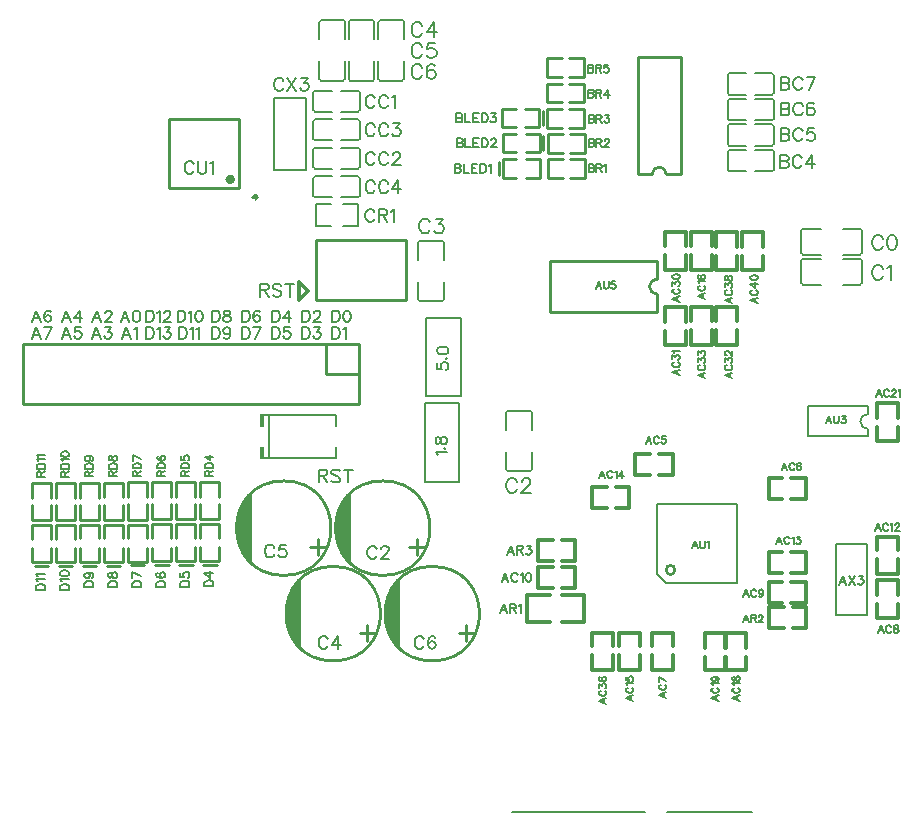
<source format=gto>
G04 Layer: TopSilkLayer*
G04 EasyEDA v6.4.19.4, 2021-05-08T19:32:42+08:00*
G04 959c2f807fa24cb394336e4151b9ccfb,119f753a6ce64b8d841f2ad33262ab0c,10*
G04 Gerber Generator version 0.2*
G04 Scale: 100 percent, Rotated: No, Reflected: No *
G04 Dimensions in millimeters *
G04 leading zeros omitted , absolute positions ,4 integer and 5 decimal *
%FSLAX45Y45*%
%MOMM*%

%ADD10C,0.1520*%
%ADD11C,0.2032*%
%ADD16C,0.3000*%
%ADD18C,0.4000*%
%ADD19C,0.1778*%
%ADD22C,0.2540*%
%ADD23C,0.3048*%
%ADD25C,0.2000*%
%ADD26C,0.1500*%
%ADD56C,0.1524*%
%ADD57C,0.2500*%
%ADD58C,0.2286*%

%LPD*%
D25*
X4387240Y2256840D02*
G01*
X4382922Y2265730D01*
X4369206Y2279446D01*
X4464710Y2279446D01*
X4441850Y2313990D02*
G01*
X4446422Y2309418D01*
X4450994Y2313990D01*
X4446422Y2318562D01*
X4441850Y2313990D01*
X4369206Y2371394D02*
G01*
X4373778Y2357678D01*
X4382922Y2353106D01*
X4391812Y2353106D01*
X4400956Y2357678D01*
X4405528Y2366822D01*
X4410100Y2384856D01*
X4414672Y2398572D01*
X4423816Y2407716D01*
X4432706Y2412288D01*
X4446422Y2412288D01*
X4455566Y2407716D01*
X4460138Y2403144D01*
X4464710Y2389428D01*
X4464710Y2371394D01*
X4460138Y2357678D01*
X4455566Y2353106D01*
X4446422Y2348534D01*
X4432706Y2348534D01*
X4423816Y2353106D01*
X4414672Y2362250D01*
X4410100Y2375966D01*
X4405528Y2394000D01*
X4400956Y2403144D01*
X4391812Y2407716D01*
X4382922Y2407716D01*
X4373778Y2403144D01*
X4369206Y2389428D01*
X4369206Y2371394D01*
X4380280Y3033369D02*
G01*
X4380280Y2987903D01*
X4421174Y2983331D01*
X4416602Y2987903D01*
X4412030Y3001619D01*
X4412030Y3015335D01*
X4416602Y3028797D01*
X4425746Y3037941D01*
X4439462Y3042513D01*
X4448352Y3042513D01*
X4462068Y3037941D01*
X4471212Y3028797D01*
X4475784Y3015335D01*
X4475784Y3001619D01*
X4471212Y2987903D01*
X4466640Y2983331D01*
X4457496Y2978759D01*
X4452924Y3077057D02*
G01*
X4457496Y3072485D01*
X4462068Y3077057D01*
X4457496Y3081629D01*
X4452924Y3077057D01*
X4380280Y3138779D02*
G01*
X4384852Y3125317D01*
X4398568Y3116173D01*
X4421174Y3111601D01*
X4434890Y3111601D01*
X4457496Y3116173D01*
X4471212Y3125317D01*
X4475784Y3138779D01*
X4475784Y3147923D01*
X4471212Y3161639D01*
X4457496Y3170783D01*
X4434890Y3175101D01*
X4421174Y3175101D01*
X4398568Y3170783D01*
X4384852Y3161639D01*
X4380280Y3147923D01*
X4380280Y3138779D01*
X1738122Y3479037D02*
G01*
X1701800Y3383534D01*
X1738122Y3479037D02*
G01*
X1774443Y3383534D01*
X1715515Y3415537D02*
G01*
X1760981Y3415537D01*
X1831847Y3479037D02*
G01*
X1818131Y3474465D01*
X1808988Y3461004D01*
X1804415Y3438144D01*
X1804415Y3424681D01*
X1808988Y3401821D01*
X1818131Y3388105D01*
X1831847Y3383534D01*
X1840991Y3383534D01*
X1854454Y3388105D01*
X1863597Y3401821D01*
X1868170Y3424681D01*
X1868170Y3438144D01*
X1863597Y3461004D01*
X1854454Y3474465D01*
X1840991Y3479037D01*
X1831847Y3479037D01*
X1750822Y3339337D02*
G01*
X1714500Y3243834D01*
X1750822Y3339337D02*
G01*
X1787143Y3243834D01*
X1728215Y3275837D02*
G01*
X1773681Y3275837D01*
X1817115Y3321304D02*
G01*
X1826259Y3325876D01*
X1839975Y3339337D01*
X1839975Y3243834D01*
X1498348Y3479037D02*
G01*
X1462026Y3383534D01*
X1498348Y3479037D02*
G01*
X1534670Y3383534D01*
X1475742Y3415537D02*
G01*
X1521208Y3415537D01*
X1569214Y3456431D02*
G01*
X1569214Y3461004D01*
X1573786Y3469894D01*
X1578358Y3474465D01*
X1587502Y3479037D01*
X1605536Y3479037D01*
X1614680Y3474465D01*
X1619252Y3469894D01*
X1623824Y3461004D01*
X1623824Y3451860D01*
X1619252Y3442715D01*
X1610108Y3429000D01*
X1564642Y3383534D01*
X1628396Y3383534D01*
X1496822Y3339337D02*
G01*
X1460500Y3243834D01*
X1496822Y3339337D02*
G01*
X1533143Y3243834D01*
X1474215Y3275837D02*
G01*
X1519681Y3275837D01*
X1572259Y3339337D02*
G01*
X1622297Y3339337D01*
X1595120Y3303015D01*
X1608581Y3303015D01*
X1617725Y3298444D01*
X1622297Y3293871D01*
X1626870Y3280410D01*
X1626870Y3271265D01*
X1622297Y3257550D01*
X1613154Y3248405D01*
X1599691Y3243834D01*
X1585975Y3243834D01*
X1572259Y3248405D01*
X1567688Y3252978D01*
X1563115Y3262121D01*
X1241295Y3479037D02*
G01*
X1204973Y3383534D01*
X1241295Y3479037D02*
G01*
X1277617Y3383534D01*
X1218689Y3415537D02*
G01*
X1264155Y3415537D01*
X1353055Y3479037D02*
G01*
X1307589Y3415537D01*
X1375915Y3415537D01*
X1353055Y3479037D02*
G01*
X1353055Y3383534D01*
X1242822Y3339337D02*
G01*
X1206500Y3243834D01*
X1242822Y3339337D02*
G01*
X1279143Y3243834D01*
X1220215Y3275837D02*
G01*
X1265681Y3275837D01*
X1363725Y3339337D02*
G01*
X1318259Y3339337D01*
X1313688Y3298444D01*
X1318259Y3303015D01*
X1331975Y3307587D01*
X1345691Y3307587D01*
X1359154Y3303015D01*
X1368297Y3293871D01*
X1372870Y3280410D01*
X1372870Y3271265D01*
X1368297Y3257550D01*
X1359154Y3248405D01*
X1345691Y3243834D01*
X1331975Y3243834D01*
X1318259Y3248405D01*
X1313688Y3252978D01*
X1309115Y3262121D01*
X988822Y3479037D02*
G01*
X952500Y3383534D01*
X988822Y3479037D02*
G01*
X1025143Y3383534D01*
X966215Y3415537D02*
G01*
X1011681Y3415537D01*
X1109725Y3465576D02*
G01*
X1105154Y3474465D01*
X1091691Y3479037D01*
X1082547Y3479037D01*
X1068831Y3474465D01*
X1059688Y3461004D01*
X1055115Y3438144D01*
X1055115Y3415537D01*
X1059688Y3397250D01*
X1068831Y3388105D01*
X1082547Y3383534D01*
X1087120Y3383534D01*
X1100581Y3388105D01*
X1109725Y3397250D01*
X1114297Y3410965D01*
X1114297Y3415537D01*
X1109725Y3429000D01*
X1100581Y3438144D01*
X1087120Y3442715D01*
X1082547Y3442715D01*
X1068831Y3438144D01*
X1059688Y3429000D01*
X1055115Y3415537D01*
X988822Y3339337D02*
G01*
X952500Y3243834D01*
X988822Y3339337D02*
G01*
X1025143Y3243834D01*
X966215Y3275837D02*
G01*
X1011681Y3275837D01*
X1118870Y3339337D02*
G01*
X1073404Y3243834D01*
X1055115Y3339337D02*
G01*
X1118870Y3339337D01*
X3492500Y3479037D02*
G01*
X3492500Y3383534D01*
X3492500Y3479037D02*
G01*
X3524250Y3479037D01*
X3537965Y3474465D01*
X3547109Y3465576D01*
X3551681Y3456431D01*
X3556254Y3442715D01*
X3556254Y3420110D01*
X3551681Y3406394D01*
X3547109Y3397250D01*
X3537965Y3388105D01*
X3524250Y3383534D01*
X3492500Y3383534D01*
X3613404Y3479037D02*
G01*
X3599688Y3474465D01*
X3590797Y3461004D01*
X3586225Y3438144D01*
X3586225Y3424681D01*
X3590797Y3401821D01*
X3599688Y3388105D01*
X3613404Y3383534D01*
X3622547Y3383534D01*
X3636009Y3388105D01*
X3645154Y3401821D01*
X3649725Y3424681D01*
X3649725Y3438144D01*
X3645154Y3461004D01*
X3636009Y3474465D01*
X3622547Y3479037D01*
X3613404Y3479037D01*
X3492500Y3339337D02*
G01*
X3492500Y3243834D01*
X3492500Y3339337D02*
G01*
X3524250Y3339337D01*
X3537965Y3334765D01*
X3547109Y3325876D01*
X3551681Y3316731D01*
X3556254Y3303015D01*
X3556254Y3280410D01*
X3551681Y3266694D01*
X3547109Y3257550D01*
X3537965Y3248405D01*
X3524250Y3243834D01*
X3492500Y3243834D01*
X3586225Y3321304D02*
G01*
X3595115Y3325876D01*
X3608831Y3339337D01*
X3608831Y3243834D01*
X3238500Y3479037D02*
G01*
X3238500Y3383534D01*
X3238500Y3479037D02*
G01*
X3270250Y3479037D01*
X3283965Y3474465D01*
X3293109Y3465576D01*
X3297681Y3456431D01*
X3302254Y3442715D01*
X3302254Y3420110D01*
X3297681Y3406394D01*
X3293109Y3397250D01*
X3283965Y3388105D01*
X3270250Y3383534D01*
X3238500Y3383534D01*
X3336797Y3456431D02*
G01*
X3336797Y3461004D01*
X3341115Y3469894D01*
X3345688Y3474465D01*
X3354831Y3479037D01*
X3373120Y3479037D01*
X3382009Y3474465D01*
X3386581Y3469894D01*
X3391154Y3461004D01*
X3391154Y3451860D01*
X3386581Y3442715D01*
X3377691Y3429000D01*
X3332225Y3383534D01*
X3395725Y3383534D01*
X3238500Y3339337D02*
G01*
X3238500Y3243834D01*
X3238500Y3339337D02*
G01*
X3270250Y3339337D01*
X3283965Y3334765D01*
X3293109Y3325876D01*
X3297681Y3316731D01*
X3302254Y3303015D01*
X3302254Y3280410D01*
X3297681Y3266694D01*
X3293109Y3257550D01*
X3283965Y3248405D01*
X3270250Y3243834D01*
X3238500Y3243834D01*
X3341115Y3339337D02*
G01*
X3391154Y3339337D01*
X3363975Y3303015D01*
X3377691Y3303015D01*
X3386581Y3298444D01*
X3391154Y3293871D01*
X3395725Y3280410D01*
X3395725Y3271265D01*
X3391154Y3257550D01*
X3382009Y3248405D01*
X3368547Y3243834D01*
X3354831Y3243834D01*
X3341115Y3248405D01*
X3336797Y3252978D01*
X3332225Y3262121D01*
X2984500Y3479037D02*
G01*
X2984500Y3383534D01*
X2984500Y3479037D02*
G01*
X3016250Y3479037D01*
X3029965Y3474465D01*
X3039109Y3465576D01*
X3043681Y3456431D01*
X3048254Y3442715D01*
X3048254Y3420110D01*
X3043681Y3406394D01*
X3039109Y3397250D01*
X3029965Y3388105D01*
X3016250Y3383534D01*
X2984500Y3383534D01*
X3123691Y3479037D02*
G01*
X3078225Y3415537D01*
X3146297Y3415537D01*
X3123691Y3479037D02*
G01*
X3123691Y3383534D01*
X2984500Y3339337D02*
G01*
X2984500Y3243834D01*
X2984500Y3339337D02*
G01*
X3016250Y3339337D01*
X3029965Y3334765D01*
X3039109Y3325876D01*
X3043681Y3316731D01*
X3048254Y3303015D01*
X3048254Y3280410D01*
X3043681Y3266694D01*
X3039109Y3257550D01*
X3029965Y3248405D01*
X3016250Y3243834D01*
X2984500Y3243834D01*
X3132581Y3339337D02*
G01*
X3087115Y3339337D01*
X3082797Y3298444D01*
X3087115Y3303015D01*
X3100831Y3307587D01*
X3114547Y3307587D01*
X3128009Y3303015D01*
X3137154Y3293871D01*
X3141725Y3280410D01*
X3141725Y3271265D01*
X3137154Y3257550D01*
X3128009Y3248405D01*
X3114547Y3243834D01*
X3100831Y3243834D01*
X3087115Y3248405D01*
X3082797Y3252978D01*
X3078225Y3262121D01*
X2730500Y3479037D02*
G01*
X2730500Y3383534D01*
X2730500Y3479037D02*
G01*
X2762250Y3479037D01*
X2775965Y3474465D01*
X2785109Y3465576D01*
X2789681Y3456431D01*
X2794254Y3442715D01*
X2794254Y3420110D01*
X2789681Y3406394D01*
X2785109Y3397250D01*
X2775965Y3388105D01*
X2762250Y3383534D01*
X2730500Y3383534D01*
X2878581Y3465576D02*
G01*
X2874009Y3474465D01*
X2860547Y3479037D01*
X2851404Y3479037D01*
X2837688Y3474465D01*
X2828797Y3461004D01*
X2824225Y3438144D01*
X2824225Y3415537D01*
X2828797Y3397250D01*
X2837688Y3388105D01*
X2851404Y3383534D01*
X2855975Y3383534D01*
X2869691Y3388105D01*
X2878581Y3397250D01*
X2883154Y3410965D01*
X2883154Y3415537D01*
X2878581Y3429000D01*
X2869691Y3438144D01*
X2855975Y3442715D01*
X2851404Y3442715D01*
X2837688Y3438144D01*
X2828797Y3429000D01*
X2824225Y3415537D01*
X2730500Y3339337D02*
G01*
X2730500Y3243834D01*
X2730500Y3339337D02*
G01*
X2762250Y3339337D01*
X2775965Y3334765D01*
X2785109Y3325876D01*
X2789681Y3316731D01*
X2794254Y3303015D01*
X2794254Y3280410D01*
X2789681Y3266694D01*
X2785109Y3257550D01*
X2775965Y3248405D01*
X2762250Y3243834D01*
X2730500Y3243834D01*
X2887725Y3339337D02*
G01*
X2842259Y3243834D01*
X2824225Y3339337D02*
G01*
X2887725Y3339337D01*
X2476500Y3479037D02*
G01*
X2476500Y3383534D01*
X2476500Y3479037D02*
G01*
X2508250Y3479037D01*
X2521965Y3474465D01*
X2531109Y3465576D01*
X2535681Y3456431D01*
X2540254Y3442715D01*
X2540254Y3420110D01*
X2535681Y3406394D01*
X2531109Y3397250D01*
X2521965Y3388105D01*
X2508250Y3383534D01*
X2476500Y3383534D01*
X2592831Y3479037D02*
G01*
X2579115Y3474465D01*
X2574797Y3465576D01*
X2574797Y3456431D01*
X2579115Y3447287D01*
X2588259Y3442715D01*
X2606547Y3438144D01*
X2620009Y3433571D01*
X2629154Y3424681D01*
X2633725Y3415537D01*
X2633725Y3401821D01*
X2629154Y3392678D01*
X2624581Y3388105D01*
X2611120Y3383534D01*
X2592831Y3383534D01*
X2579115Y3388105D01*
X2574797Y3392678D01*
X2570225Y3401821D01*
X2570225Y3415537D01*
X2574797Y3424681D01*
X2583688Y3433571D01*
X2597404Y3438144D01*
X2615691Y3442715D01*
X2624581Y3447287D01*
X2629154Y3456431D01*
X2629154Y3465576D01*
X2624581Y3474465D01*
X2611120Y3479037D01*
X2592831Y3479037D01*
X2476500Y3339337D02*
G01*
X2476500Y3243834D01*
X2476500Y3339337D02*
G01*
X2508250Y3339337D01*
X2521965Y3334765D01*
X2531109Y3325876D01*
X2535681Y3316731D01*
X2540254Y3303015D01*
X2540254Y3280410D01*
X2535681Y3266694D01*
X2531109Y3257550D01*
X2521965Y3248405D01*
X2508250Y3243834D01*
X2476500Y3243834D01*
X2629154Y3307587D02*
G01*
X2624581Y3293871D01*
X2615691Y3284981D01*
X2601975Y3280410D01*
X2597404Y3280410D01*
X2583688Y3284981D01*
X2574797Y3293871D01*
X2570225Y3307587D01*
X2570225Y3312160D01*
X2574797Y3325876D01*
X2583688Y3334765D01*
X2597404Y3339337D01*
X2601975Y3339337D01*
X2615691Y3334765D01*
X2624581Y3325876D01*
X2629154Y3307587D01*
X2629154Y3284981D01*
X2624581Y3262121D01*
X2615691Y3248405D01*
X2601975Y3243834D01*
X2592831Y3243834D01*
X2579115Y3248405D01*
X2574797Y3257550D01*
X2184400Y3479037D02*
G01*
X2184400Y3383534D01*
X2184400Y3479037D02*
G01*
X2216150Y3479037D01*
X2229865Y3474465D01*
X2239009Y3465576D01*
X2243581Y3456431D01*
X2248154Y3442715D01*
X2248154Y3420110D01*
X2243581Y3406394D01*
X2239009Y3397250D01*
X2229865Y3388105D01*
X2216150Y3383534D01*
X2184400Y3383534D01*
X2278125Y3461004D02*
G01*
X2287015Y3465576D01*
X2300731Y3479037D01*
X2300731Y3383534D01*
X2358136Y3479037D02*
G01*
X2344420Y3474465D01*
X2335275Y3461004D01*
X2330704Y3438144D01*
X2330704Y3424681D01*
X2335275Y3401821D01*
X2344420Y3388105D01*
X2358136Y3383534D01*
X2367025Y3383534D01*
X2380741Y3388105D01*
X2389886Y3401821D01*
X2394458Y3424681D01*
X2394458Y3438144D01*
X2389886Y3461004D01*
X2380741Y3474465D01*
X2367025Y3479037D01*
X2358136Y3479037D01*
X2197100Y3339337D02*
G01*
X2197100Y3243834D01*
X2197100Y3339337D02*
G01*
X2228850Y3339337D01*
X2242565Y3334765D01*
X2251709Y3325876D01*
X2256281Y3316731D01*
X2260854Y3303015D01*
X2260854Y3280410D01*
X2256281Y3266694D01*
X2251709Y3257550D01*
X2242565Y3248405D01*
X2228850Y3243834D01*
X2197100Y3243834D01*
X2290825Y3321304D02*
G01*
X2299715Y3325876D01*
X2313431Y3339337D01*
X2313431Y3243834D01*
X2343404Y3321304D02*
G01*
X2352547Y3325876D01*
X2366263Y3339337D01*
X2366263Y3243834D01*
X1917700Y3479037D02*
G01*
X1917700Y3383534D01*
X1917700Y3479037D02*
G01*
X1949450Y3479037D01*
X1963165Y3474465D01*
X1972309Y3465576D01*
X1976881Y3456431D01*
X1981454Y3442715D01*
X1981454Y3420110D01*
X1976881Y3406394D01*
X1972309Y3397250D01*
X1963165Y3388105D01*
X1949450Y3383534D01*
X1917700Y3383534D01*
X2011425Y3461004D02*
G01*
X2020315Y3465576D01*
X2034031Y3479037D01*
X2034031Y3383534D01*
X2068575Y3456431D02*
G01*
X2068575Y3461004D01*
X2073147Y3469894D01*
X2077720Y3474465D01*
X2086863Y3479037D01*
X2104897Y3479037D01*
X2114041Y3474465D01*
X2118613Y3469894D01*
X2123186Y3461004D01*
X2123186Y3451860D01*
X2118613Y3442715D01*
X2109470Y3429000D01*
X2064004Y3383534D01*
X2127758Y3383534D01*
X1917700Y3339337D02*
G01*
X1917700Y3243834D01*
X1917700Y3339337D02*
G01*
X1949450Y3339337D01*
X1963165Y3334765D01*
X1972309Y3325876D01*
X1976881Y3316731D01*
X1981454Y3303015D01*
X1981454Y3280410D01*
X1976881Y3266694D01*
X1972309Y3257550D01*
X1963165Y3248405D01*
X1949450Y3243834D01*
X1917700Y3243834D01*
X2011425Y3321304D02*
G01*
X2020315Y3325876D01*
X2034031Y3339337D01*
X2034031Y3243834D01*
X2073147Y3339337D02*
G01*
X2123186Y3339337D01*
X2096008Y3303015D01*
X2109470Y3303015D01*
X2118613Y3298444D01*
X2123186Y3293871D01*
X2127758Y3280410D01*
X2127758Y3271265D01*
X2123186Y3257550D01*
X2114041Y3248405D01*
X2100325Y3243834D01*
X2086863Y3243834D01*
X2073147Y3248405D01*
X2068575Y3252978D01*
X2064004Y3262121D01*
D26*
X2882894Y3706672D02*
G01*
X2882894Y3597706D01*
X2882894Y3706672D02*
G01*
X2929630Y3706672D01*
X2945124Y3701592D01*
X2950458Y3696258D01*
X2955538Y3685844D01*
X2955538Y3675430D01*
X2950458Y3665016D01*
X2945124Y3659936D01*
X2929630Y3654856D01*
X2882894Y3654856D01*
X2919216Y3654856D02*
G01*
X2955538Y3597706D01*
X3062726Y3691178D02*
G01*
X3052312Y3701592D01*
X3036564Y3706672D01*
X3015990Y3706672D01*
X3000242Y3701592D01*
X2989828Y3691178D01*
X2989828Y3680764D01*
X2995162Y3670350D01*
X3000242Y3665016D01*
X3010656Y3659936D01*
X3041898Y3649522D01*
X3052312Y3644442D01*
X3057392Y3639108D01*
X3062726Y3628694D01*
X3062726Y3613200D01*
X3052312Y3602786D01*
X3036564Y3597706D01*
X3015990Y3597706D01*
X3000242Y3602786D01*
X2989828Y3613200D01*
X3133338Y3706672D02*
G01*
X3133338Y3597706D01*
X3097016Y3706672D02*
G01*
X3169660Y3706672D01*
D25*
X8153145Y4089400D02*
G01*
X8147304Y4101337D01*
X8135365Y4113021D01*
X8123681Y4118863D01*
X8100059Y4118863D01*
X8088122Y4113021D01*
X8076438Y4101337D01*
X8070341Y4089400D01*
X8064500Y4071620D01*
X8064500Y4042155D01*
X8070341Y4024376D01*
X8076438Y4012692D01*
X8088122Y4000754D01*
X8100059Y3994912D01*
X8123681Y3994912D01*
X8135365Y4000754D01*
X8147304Y4012692D01*
X8153145Y4024376D01*
X8227568Y4118863D02*
G01*
X8209788Y4113021D01*
X8198104Y4095242D01*
X8192261Y4065778D01*
X8192261Y4047997D01*
X8198104Y4018534D01*
X8209788Y4000754D01*
X8227568Y3994912D01*
X8239506Y3994912D01*
X8257031Y4000754D01*
X8268970Y4018534D01*
X8274811Y4047997D01*
X8274811Y4065778D01*
X8268970Y4095242D01*
X8257031Y4113021D01*
X8239506Y4118863D01*
X8227568Y4118863D01*
X8153145Y3835400D02*
G01*
X8147304Y3847337D01*
X8135365Y3859021D01*
X8123681Y3864863D01*
X8100059Y3864863D01*
X8088122Y3859021D01*
X8076438Y3847337D01*
X8070341Y3835400D01*
X8064500Y3817620D01*
X8064500Y3788155D01*
X8070341Y3770376D01*
X8076438Y3758692D01*
X8088122Y3746754D01*
X8100059Y3740912D01*
X8123681Y3740912D01*
X8135365Y3746754D01*
X8147304Y3758692D01*
X8153145Y3770376D01*
X8192261Y3841242D02*
G01*
X8203945Y3847337D01*
X8221725Y3864863D01*
X8221725Y3740912D01*
X5054345Y2032000D02*
G01*
X5048504Y2043937D01*
X5036565Y2055621D01*
X5024881Y2061463D01*
X5001259Y2061463D01*
X4989322Y2055621D01*
X4977638Y2043937D01*
X4971541Y2032000D01*
X4965700Y2014220D01*
X4965700Y1984755D01*
X4971541Y1966976D01*
X4977638Y1955292D01*
X4989322Y1943354D01*
X5001259Y1937512D01*
X5024881Y1937512D01*
X5036565Y1943354D01*
X5048504Y1955292D01*
X5054345Y1966976D01*
X5099304Y2032000D02*
G01*
X5099304Y2037842D01*
X5105145Y2049779D01*
X5110988Y2055621D01*
X5122925Y2061463D01*
X5146547Y2061463D01*
X5158231Y2055621D01*
X5164327Y2049779D01*
X5170170Y2037842D01*
X5170170Y2026157D01*
X5164327Y2014220D01*
X5152390Y1996694D01*
X5093461Y1937512D01*
X5176011Y1937512D01*
X4317745Y4229100D02*
G01*
X4311904Y4241037D01*
X4299965Y4252721D01*
X4288281Y4258563D01*
X4264659Y4258563D01*
X4252722Y4252721D01*
X4241038Y4241037D01*
X4234941Y4229100D01*
X4229100Y4211320D01*
X4229100Y4181855D01*
X4234941Y4164076D01*
X4241038Y4152392D01*
X4252722Y4140454D01*
X4264659Y4134612D01*
X4288281Y4134612D01*
X4299965Y4140454D01*
X4311904Y4152392D01*
X4317745Y4164076D01*
X4368545Y4258563D02*
G01*
X4433570Y4258563D01*
X4398009Y4211320D01*
X4415790Y4211320D01*
X4427727Y4205478D01*
X4433570Y4199636D01*
X4439411Y4181855D01*
X4439411Y4170171D01*
X4433570Y4152392D01*
X4421631Y4140454D01*
X4404106Y4134612D01*
X4386325Y4134612D01*
X4368545Y4140454D01*
X4362704Y4146295D01*
X4356861Y4158234D01*
X4254245Y5892800D02*
G01*
X4248404Y5904737D01*
X4236465Y5916421D01*
X4224781Y5922263D01*
X4201159Y5922263D01*
X4189222Y5916421D01*
X4177538Y5904737D01*
X4171441Y5892800D01*
X4165600Y5875020D01*
X4165600Y5845555D01*
X4171441Y5827776D01*
X4177538Y5816092D01*
X4189222Y5804154D01*
X4201159Y5798312D01*
X4224781Y5798312D01*
X4236465Y5804154D01*
X4248404Y5816092D01*
X4254245Y5827776D01*
X4352290Y5922263D02*
G01*
X4293361Y5839713D01*
X4381754Y5839713D01*
X4352290Y5922263D02*
G01*
X4352290Y5798312D01*
X4254245Y5715000D02*
G01*
X4248404Y5726937D01*
X4236465Y5738621D01*
X4224781Y5744463D01*
X4201159Y5744463D01*
X4189222Y5738621D01*
X4177538Y5726937D01*
X4171441Y5715000D01*
X4165600Y5697220D01*
X4165600Y5667755D01*
X4171441Y5649976D01*
X4177538Y5638292D01*
X4189222Y5626354D01*
X4201159Y5620512D01*
X4224781Y5620512D01*
X4236465Y5626354D01*
X4248404Y5638292D01*
X4254245Y5649976D01*
X4364227Y5744463D02*
G01*
X4305045Y5744463D01*
X4299204Y5691378D01*
X4305045Y5697220D01*
X4322825Y5703315D01*
X4340606Y5703315D01*
X4358131Y5697220D01*
X4370070Y5685536D01*
X4375911Y5667755D01*
X4375911Y5656071D01*
X4370070Y5638292D01*
X4358131Y5626354D01*
X4340606Y5620512D01*
X4322825Y5620512D01*
X4305045Y5626354D01*
X4299204Y5632195D01*
X4293361Y5644134D01*
X4254245Y5537200D02*
G01*
X4248404Y5549137D01*
X4236465Y5560821D01*
X4224781Y5566663D01*
X4201159Y5566663D01*
X4189222Y5560821D01*
X4177538Y5549137D01*
X4171441Y5537200D01*
X4165600Y5519420D01*
X4165600Y5489955D01*
X4171441Y5472176D01*
X4177538Y5460492D01*
X4189222Y5448554D01*
X4201159Y5442712D01*
X4224781Y5442712D01*
X4236465Y5448554D01*
X4248404Y5460492D01*
X4254245Y5472176D01*
X4364227Y5549137D02*
G01*
X4358131Y5560821D01*
X4340606Y5566663D01*
X4328668Y5566663D01*
X4310888Y5560821D01*
X4299204Y5543042D01*
X4293361Y5513578D01*
X4293361Y5484113D01*
X4299204Y5460492D01*
X4310888Y5448554D01*
X4328668Y5442712D01*
X4334509Y5442712D01*
X4352290Y5448554D01*
X4364227Y5460492D01*
X4370070Y5478271D01*
X4370070Y5484113D01*
X4364227Y5501894D01*
X4352290Y5513578D01*
X4334509Y5519420D01*
X4328668Y5519420D01*
X4310888Y5513578D01*
X4299204Y5501894D01*
X4293361Y5484113D01*
D26*
X3378194Y2134615D02*
G01*
X3378194Y2025650D01*
X3378194Y2134615D02*
G01*
X3424930Y2134615D01*
X3440424Y2129536D01*
X3445758Y2124202D01*
X3450838Y2113787D01*
X3450838Y2103373D01*
X3445758Y2092960D01*
X3440424Y2087879D01*
X3424930Y2082800D01*
X3378194Y2082800D01*
X3414516Y2082800D02*
G01*
X3450838Y2025650D01*
X3558026Y2119121D02*
G01*
X3547612Y2129536D01*
X3531864Y2134615D01*
X3511290Y2134615D01*
X3495542Y2129536D01*
X3485128Y2119121D01*
X3485128Y2108707D01*
X3490462Y2098294D01*
X3495542Y2092960D01*
X3505956Y2087879D01*
X3537198Y2077465D01*
X3547612Y2072386D01*
X3552692Y2067052D01*
X3558026Y2056637D01*
X3558026Y2041144D01*
X3547612Y2030729D01*
X3531864Y2025650D01*
X3511290Y2025650D01*
X3495542Y2030729D01*
X3485128Y2041144D01*
X3628638Y2134615D02*
G01*
X3628638Y2025650D01*
X3592316Y2134615D02*
G01*
X3664960Y2134615D01*
D56*
X7814309Y1236471D02*
G01*
X7785100Y1160018D01*
X7814309Y1236471D02*
G01*
X7843265Y1160018D01*
X7796022Y1185418D02*
G01*
X7832343Y1185418D01*
X7867395Y1236471D02*
G01*
X7918195Y1160018D01*
X7918195Y1236471D02*
G01*
X7867395Y1160018D01*
X7949438Y1236471D02*
G01*
X7989570Y1236471D01*
X7967725Y1207262D01*
X7978647Y1207262D01*
X7985759Y1203705D01*
X7989570Y1200150D01*
X7993125Y1189228D01*
X7993125Y1181862D01*
X7989570Y1170939D01*
X7982204Y1163573D01*
X7971281Y1160018D01*
X7960359Y1160018D01*
X7949438Y1163573D01*
X7945881Y1167384D01*
X7942072Y1174495D01*
D19*
X4955209Y1260068D02*
G01*
X4925999Y1183614D01*
X4955209Y1260068D02*
G01*
X4984165Y1183614D01*
X4936921Y1209014D02*
G01*
X4973243Y1209014D01*
X5062651Y1241780D02*
G01*
X5059095Y1249146D01*
X5051729Y1256512D01*
X5044617Y1260068D01*
X5029885Y1260068D01*
X5022773Y1256512D01*
X5015407Y1249146D01*
X5011851Y1241780D01*
X5008295Y1230858D01*
X5008295Y1212824D01*
X5011851Y1201902D01*
X5015407Y1194536D01*
X5022773Y1187170D01*
X5029885Y1183614D01*
X5044617Y1183614D01*
X5051729Y1187170D01*
X5059095Y1194536D01*
X5062651Y1201902D01*
X5086781Y1245590D02*
G01*
X5093893Y1249146D01*
X5104815Y1260068D01*
X5104815Y1183614D01*
X5150789Y1260068D02*
G01*
X5139867Y1256512D01*
X5132501Y1245590D01*
X5128945Y1227302D01*
X5128945Y1216380D01*
X5132501Y1198092D01*
X5139867Y1187170D01*
X5150789Y1183614D01*
X5157901Y1183614D01*
X5168823Y1187170D01*
X5176189Y1198092D01*
X5179745Y1216380D01*
X5179745Y1227302D01*
X5176189Y1245590D01*
X5168823Y1256512D01*
X5157901Y1260068D01*
X5150789Y1260068D01*
X7033768Y3566921D02*
G01*
X7095743Y3543300D01*
X7033768Y3566921D02*
G01*
X7095743Y3590544D01*
X7075170Y3552189D02*
G01*
X7075170Y3581654D01*
X7048500Y3654297D02*
G01*
X7042658Y3651504D01*
X7036561Y3645407D01*
X7033768Y3639565D01*
X7033768Y3627881D01*
X7036561Y3621786D01*
X7042658Y3615944D01*
X7048500Y3613150D01*
X7057390Y3610102D01*
X7072122Y3610102D01*
X7081011Y3613150D01*
X7086854Y3615944D01*
X7092695Y3621786D01*
X7095743Y3627881D01*
X7095743Y3639565D01*
X7092695Y3645407D01*
X7086854Y3651504D01*
X7081011Y3654297D01*
X7033768Y3703320D02*
G01*
X7075170Y3673855D01*
X7075170Y3718305D01*
X7033768Y3703320D02*
G01*
X7095743Y3703320D01*
X7033768Y3755389D02*
G01*
X7036561Y3746500D01*
X7045452Y3740657D01*
X7060184Y3737610D01*
X7069074Y3737610D01*
X7084059Y3740657D01*
X7092695Y3746500D01*
X7095743Y3755389D01*
X7095743Y3761231D01*
X7092695Y3770121D01*
X7084059Y3776218D01*
X7069074Y3779012D01*
X7060184Y3779012D01*
X7045452Y3776218D01*
X7036561Y3770121D01*
X7033768Y3761231D01*
X7033768Y3755389D01*
X5751093Y175945D02*
G01*
X5813069Y152323D01*
X5751093Y175945D02*
G01*
X5813069Y199567D01*
X5792495Y161213D02*
G01*
X5792495Y190931D01*
X5765825Y263575D02*
G01*
X5759983Y260527D01*
X5753887Y254685D01*
X5751093Y248843D01*
X5751093Y236905D01*
X5753887Y231063D01*
X5759983Y224967D01*
X5765825Y222173D01*
X5774715Y219125D01*
X5789447Y219125D01*
X5798337Y222173D01*
X5804179Y224967D01*
X5810021Y231063D01*
X5813069Y236905D01*
X5813069Y248843D01*
X5810021Y254685D01*
X5804179Y260527D01*
X5798337Y263575D01*
X5751093Y288975D02*
G01*
X5751093Y321487D01*
X5774715Y303707D01*
X5774715Y312597D01*
X5777509Y318439D01*
X5780557Y321487D01*
X5789447Y324281D01*
X5795289Y324281D01*
X5804179Y321487D01*
X5810021Y315391D01*
X5813069Y306501D01*
X5813069Y297865D01*
X5810021Y288975D01*
X5807227Y285927D01*
X5801131Y282879D01*
X5759983Y379399D02*
G01*
X5753887Y376351D01*
X5751093Y367461D01*
X5751093Y361619D01*
X5753887Y352729D01*
X5762777Y346887D01*
X5777509Y343839D01*
X5792495Y343839D01*
X5804179Y346887D01*
X5810021Y352729D01*
X5813069Y361619D01*
X5813069Y364413D01*
X5810021Y373303D01*
X5804179Y379399D01*
X5795289Y382193D01*
X5792495Y382193D01*
X5783605Y379399D01*
X5777509Y373303D01*
X5774715Y364413D01*
X5774715Y361619D01*
X5777509Y352729D01*
X5783605Y346887D01*
X5792495Y343839D01*
X5002537Y1490471D02*
G01*
X4973327Y1414018D01*
X5002537Y1490471D02*
G01*
X5031493Y1414018D01*
X4984249Y1439418D02*
G01*
X5020571Y1439418D01*
X5055623Y1490471D02*
G01*
X5055623Y1414018D01*
X5055623Y1490471D02*
G01*
X5088135Y1490471D01*
X5099057Y1486915D01*
X5102867Y1483105D01*
X5106423Y1475994D01*
X5106423Y1468628D01*
X5102867Y1461262D01*
X5099057Y1457705D01*
X5088135Y1454150D01*
X5055623Y1454150D01*
X5081023Y1454150D02*
G01*
X5106423Y1414018D01*
X5137665Y1490471D02*
G01*
X5177797Y1490471D01*
X5155953Y1461262D01*
X5166875Y1461262D01*
X5173987Y1457705D01*
X5177797Y1454150D01*
X5181353Y1443228D01*
X5181353Y1435862D01*
X5177797Y1424939D01*
X5170431Y1417573D01*
X5159509Y1414018D01*
X5148587Y1414018D01*
X5137665Y1417573D01*
X5134109Y1421384D01*
X5130299Y1428495D01*
X6564122Y1531365D02*
G01*
X6540500Y1469389D01*
X6564122Y1531365D02*
G01*
X6587743Y1469389D01*
X6549390Y1489963D02*
G01*
X6578854Y1489963D01*
X6607302Y1531365D02*
G01*
X6607302Y1487170D01*
X6610095Y1478279D01*
X6616191Y1472437D01*
X6625081Y1469389D01*
X6630924Y1469389D01*
X6639813Y1472437D01*
X6645656Y1478279D01*
X6648704Y1487170D01*
X6648704Y1531365D01*
X6668008Y1519681D02*
G01*
X6674104Y1522476D01*
X6682993Y1531365D01*
X6682993Y1469389D01*
X6995845Y903706D02*
G01*
X6972223Y841730D01*
X6995845Y903706D02*
G01*
X7019467Y841730D01*
X6981113Y862304D02*
G01*
X7010831Y862304D01*
X7039025Y903706D02*
G01*
X7039025Y841730D01*
X7039025Y903706D02*
G01*
X7065695Y903706D01*
X7074585Y900912D01*
X7077379Y897864D01*
X7080427Y892022D01*
X7080427Y886180D01*
X7077379Y880084D01*
X7074585Y877290D01*
X7065695Y874242D01*
X7039025Y874242D01*
X7059853Y874242D02*
G01*
X7080427Y841730D01*
X7102779Y888974D02*
G01*
X7102779Y892022D01*
X7105827Y897864D01*
X7108875Y900912D01*
X7114717Y903706D01*
X7126401Y903706D01*
X7132497Y900912D01*
X7135291Y897864D01*
X7138339Y892022D01*
X7138339Y886180D01*
X7135291Y880084D01*
X7129449Y871194D01*
X7099985Y841730D01*
X7141387Y841730D01*
X5979693Y201345D02*
G01*
X6041669Y177723D01*
X5979693Y201345D02*
G01*
X6041669Y224967D01*
X6021095Y186613D02*
G01*
X6021095Y216331D01*
X5994425Y288975D02*
G01*
X5988583Y285927D01*
X5982487Y280085D01*
X5979693Y274243D01*
X5979693Y262305D01*
X5982487Y256463D01*
X5988583Y250367D01*
X5994425Y247573D01*
X6003315Y244525D01*
X6018047Y244525D01*
X6026937Y247573D01*
X6032779Y250367D01*
X6038621Y256463D01*
X6041669Y262305D01*
X6041669Y274243D01*
X6038621Y280085D01*
X6032779Y285927D01*
X6026937Y288975D01*
X5991377Y308279D02*
G01*
X5988583Y314375D01*
X5979693Y323265D01*
X6041669Y323265D01*
X5979693Y378129D02*
G01*
X5979693Y348665D01*
X6006109Y345617D01*
X6003315Y348665D01*
X6000267Y357555D01*
X6000267Y366191D01*
X6003315Y375081D01*
X6009157Y381177D01*
X6018047Y383971D01*
X6023889Y383971D01*
X6032779Y381177D01*
X6038621Y375081D01*
X6041669Y366191D01*
X6041669Y357555D01*
X6038621Y348665D01*
X6035827Y345617D01*
X6029731Y342569D01*
X5778245Y2124710D02*
G01*
X5754624Y2062734D01*
X5778245Y2124710D02*
G01*
X5801868Y2062734D01*
X5763513Y2083307D02*
G01*
X5793231Y2083307D01*
X5865875Y2109978D02*
G01*
X5862827Y2115820D01*
X5856986Y2121915D01*
X5851143Y2124710D01*
X5839206Y2124710D01*
X5833363Y2121915D01*
X5827268Y2115820D01*
X5824474Y2109978D01*
X5821425Y2101087D01*
X5821425Y2086355D01*
X5824474Y2077465D01*
X5827268Y2071623D01*
X5833363Y2065781D01*
X5839206Y2062734D01*
X5851143Y2062734D01*
X5856986Y2065781D01*
X5862827Y2071623D01*
X5865875Y2077465D01*
X5885179Y2113026D02*
G01*
X5891275Y2115820D01*
X5900165Y2124710D01*
X5900165Y2062734D01*
X5949188Y2124710D02*
G01*
X5919470Y2083307D01*
X5963920Y2083307D01*
X5949188Y2124710D02*
G01*
X5949188Y2062734D01*
X7276845Y1565910D02*
G01*
X7253224Y1503934D01*
X7276845Y1565910D02*
G01*
X7300468Y1503934D01*
X7262113Y1524507D02*
G01*
X7291831Y1524507D01*
X7364475Y1551178D02*
G01*
X7361427Y1557020D01*
X7355586Y1563115D01*
X7349743Y1565910D01*
X7337806Y1565910D01*
X7331963Y1563115D01*
X7325868Y1557020D01*
X7323074Y1551178D01*
X7320025Y1542287D01*
X7320025Y1527555D01*
X7323074Y1518665D01*
X7325868Y1512823D01*
X7331963Y1506981D01*
X7337806Y1503934D01*
X7349743Y1503934D01*
X7355586Y1506981D01*
X7361427Y1512823D01*
X7364475Y1518665D01*
X7383779Y1554226D02*
G01*
X7389875Y1557020D01*
X7398765Y1565910D01*
X7398765Y1503934D01*
X7424165Y1565910D02*
G01*
X7456677Y1565910D01*
X7438897Y1542287D01*
X7447788Y1542287D01*
X7453629Y1539494D01*
X7456677Y1536445D01*
X7459472Y1527555D01*
X7459472Y1521713D01*
X7456677Y1512823D01*
X7450581Y1506981D01*
X7441691Y1503934D01*
X7433056Y1503934D01*
X7424165Y1506981D01*
X7421118Y1509776D01*
X7418070Y1515871D01*
X6995845Y1119606D02*
G01*
X6972223Y1057630D01*
X6995845Y1119606D02*
G01*
X7019467Y1057630D01*
X6981113Y1078204D02*
G01*
X7010831Y1078204D01*
X7083475Y1104874D02*
G01*
X7080427Y1110716D01*
X7074585Y1116812D01*
X7068743Y1119606D01*
X7056805Y1119606D01*
X7050963Y1116812D01*
X7044867Y1110716D01*
X7042073Y1104874D01*
X7039025Y1095984D01*
X7039025Y1081252D01*
X7042073Y1072362D01*
X7044867Y1066520D01*
X7050963Y1060678D01*
X7056805Y1057630D01*
X7068743Y1057630D01*
X7074585Y1060678D01*
X7080427Y1066520D01*
X7083475Y1072362D01*
X7141387Y1099032D02*
G01*
X7138339Y1090142D01*
X7132497Y1084300D01*
X7123607Y1081252D01*
X7120559Y1081252D01*
X7111669Y1084300D01*
X7105827Y1090142D01*
X7102779Y1099032D01*
X7102779Y1102080D01*
X7105827Y1110716D01*
X7111669Y1116812D01*
X7120559Y1119606D01*
X7123607Y1119606D01*
X7132497Y1116812D01*
X7138339Y1110716D01*
X7141387Y1099032D01*
X7141387Y1084300D01*
X7138339Y1069568D01*
X7132497Y1060678D01*
X7123607Y1057630D01*
X7117765Y1057630D01*
X7108875Y1060678D01*
X7105827Y1066520D01*
X6259093Y226745D02*
G01*
X6321069Y203123D01*
X6259093Y226745D02*
G01*
X6321069Y250367D01*
X6300495Y212013D02*
G01*
X6300495Y241731D01*
X6273825Y314375D02*
G01*
X6267983Y311327D01*
X6261887Y305485D01*
X6259093Y299643D01*
X6259093Y287705D01*
X6261887Y281863D01*
X6267983Y275767D01*
X6273825Y272973D01*
X6282715Y269925D01*
X6297447Y269925D01*
X6306337Y272973D01*
X6312179Y275767D01*
X6318021Y281863D01*
X6321069Y287705D01*
X6321069Y299643D01*
X6318021Y305485D01*
X6312179Y311327D01*
X6306337Y314375D01*
X6259093Y375081D02*
G01*
X6321069Y345617D01*
X6259093Y333679D02*
G01*
X6259093Y375081D01*
X7320534Y2191765D02*
G01*
X7296911Y2129789D01*
X7320534Y2191765D02*
G01*
X7344156Y2129789D01*
X7305547Y2150363D02*
G01*
X7335265Y2150363D01*
X7407909Y2177034D02*
G01*
X7404861Y2182876D01*
X7399020Y2188971D01*
X7393177Y2191765D01*
X7381240Y2191765D01*
X7375397Y2188971D01*
X7369556Y2182876D01*
X7366508Y2177034D01*
X7363459Y2168144D01*
X7363459Y2153412D01*
X7366508Y2144521D01*
X7369556Y2138679D01*
X7375397Y2132837D01*
X7381240Y2129789D01*
X7393177Y2129789D01*
X7399020Y2132837D01*
X7404861Y2138679D01*
X7407909Y2144521D01*
X7462774Y2182876D02*
G01*
X7459979Y2188971D01*
X7451090Y2191765D01*
X7444993Y2191765D01*
X7436358Y2188971D01*
X7430261Y2180081D01*
X7427468Y2165350D01*
X7427468Y2150363D01*
X7430261Y2138679D01*
X7436358Y2132837D01*
X7444993Y2129789D01*
X7448041Y2129789D01*
X7456931Y2132837D01*
X7462774Y2138679D01*
X7465822Y2147570D01*
X7465822Y2150363D01*
X7462774Y2159254D01*
X7456931Y2165350D01*
X7448041Y2168144D01*
X7444993Y2168144D01*
X7436358Y2165350D01*
X7430261Y2159254D01*
X7427468Y2150363D01*
X6171945Y2416810D02*
G01*
X6148324Y2354834D01*
X6171945Y2416810D02*
G01*
X6195568Y2354834D01*
X6157213Y2375407D02*
G01*
X6186931Y2375407D01*
X6259575Y2402078D02*
G01*
X6256527Y2407920D01*
X6250686Y2414015D01*
X6244843Y2416810D01*
X6232906Y2416810D01*
X6227063Y2414015D01*
X6220968Y2407920D01*
X6218174Y2402078D01*
X6215125Y2393187D01*
X6215125Y2378455D01*
X6218174Y2369565D01*
X6220968Y2363723D01*
X6227063Y2357881D01*
X6232906Y2354834D01*
X6244843Y2354834D01*
X6250686Y2357881D01*
X6256527Y2363723D01*
X6259575Y2369565D01*
X6314440Y2416810D02*
G01*
X6284975Y2416810D01*
X6281927Y2390394D01*
X6284975Y2393187D01*
X6293865Y2396236D01*
X6302502Y2396236D01*
X6311391Y2393187D01*
X6317488Y2387345D01*
X6320281Y2378455D01*
X6320281Y2372613D01*
X6317488Y2363723D01*
X6311391Y2357881D01*
X6302502Y2354834D01*
X6293865Y2354834D01*
X6284975Y2357881D01*
X6281927Y2360676D01*
X6278879Y2366771D01*
X6703593Y201345D02*
G01*
X6765569Y177723D01*
X6703593Y201345D02*
G01*
X6765569Y224967D01*
X6744995Y186613D02*
G01*
X6744995Y216331D01*
X6718325Y288975D02*
G01*
X6712483Y285927D01*
X6706387Y280085D01*
X6703593Y274243D01*
X6703593Y262305D01*
X6706387Y256463D01*
X6712483Y250367D01*
X6718325Y247573D01*
X6727215Y244525D01*
X6741947Y244525D01*
X6750837Y247573D01*
X6756679Y250367D01*
X6762521Y256463D01*
X6765569Y262305D01*
X6765569Y274243D01*
X6762521Y280085D01*
X6756679Y285927D01*
X6750837Y288975D01*
X6715277Y308279D02*
G01*
X6712483Y314375D01*
X6703593Y323265D01*
X6765569Y323265D01*
X6724167Y381177D02*
G01*
X6733057Y378129D01*
X6738899Y372287D01*
X6741947Y363397D01*
X6741947Y360349D01*
X6738899Y351459D01*
X6733057Y345617D01*
X6724167Y342569D01*
X6721119Y342569D01*
X6712483Y345617D01*
X6706387Y351459D01*
X6703593Y360349D01*
X6703593Y363397D01*
X6706387Y372287D01*
X6712483Y378129D01*
X6724167Y381177D01*
X6738899Y381177D01*
X6753631Y378129D01*
X6762521Y372287D01*
X6765569Y363397D01*
X6765569Y357555D01*
X6762521Y348665D01*
X6756679Y345617D01*
X6881393Y201345D02*
G01*
X6943369Y177723D01*
X6881393Y201345D02*
G01*
X6943369Y224967D01*
X6922795Y186613D02*
G01*
X6922795Y216331D01*
X6896125Y288975D02*
G01*
X6890283Y285927D01*
X6884187Y280085D01*
X6881393Y274243D01*
X6881393Y262305D01*
X6884187Y256463D01*
X6890283Y250367D01*
X6896125Y247573D01*
X6905015Y244525D01*
X6919747Y244525D01*
X6928637Y247573D01*
X6934479Y250367D01*
X6940321Y256463D01*
X6943369Y262305D01*
X6943369Y274243D01*
X6940321Y280085D01*
X6934479Y285927D01*
X6928637Y288975D01*
X6893077Y308279D02*
G01*
X6890283Y314375D01*
X6881393Y323265D01*
X6943369Y323265D01*
X6881393Y357555D02*
G01*
X6884187Y348665D01*
X6890283Y345617D01*
X6896125Y345617D01*
X6901967Y348665D01*
X6905015Y354507D01*
X6907809Y366191D01*
X6910857Y375081D01*
X6916699Y381177D01*
X6922795Y383971D01*
X6931431Y383971D01*
X6937527Y381177D01*
X6940321Y378129D01*
X6943369Y369239D01*
X6943369Y357555D01*
X6940321Y348665D01*
X6937527Y345617D01*
X6931431Y342569D01*
X6922795Y342569D01*
X6916699Y345617D01*
X6910857Y351459D01*
X6907809Y360349D01*
X6905015Y372287D01*
X6901967Y378129D01*
X6896125Y381177D01*
X6890283Y381177D01*
X6884187Y378129D01*
X6881393Y369239D01*
X6881393Y357555D01*
X8120634Y2814065D02*
G01*
X8097011Y2752089D01*
X8120634Y2814065D02*
G01*
X8144256Y2752089D01*
X8105647Y2772663D02*
G01*
X8135365Y2772663D01*
X8208009Y2799334D02*
G01*
X8204961Y2805176D01*
X8199120Y2811271D01*
X8193277Y2814065D01*
X8181340Y2814065D01*
X8175497Y2811271D01*
X8169656Y2805176D01*
X8166608Y2799334D01*
X8163559Y2790444D01*
X8163559Y2775712D01*
X8166608Y2766821D01*
X8169656Y2760979D01*
X8175497Y2755137D01*
X8181340Y2752089D01*
X8193277Y2752089D01*
X8199120Y2755137D01*
X8204961Y2760979D01*
X8208009Y2766821D01*
X8230361Y2799334D02*
G01*
X8230361Y2802381D01*
X8233409Y2808223D01*
X8236458Y2811271D01*
X8242300Y2814065D01*
X8253984Y2814065D01*
X8260079Y2811271D01*
X8262874Y2808223D01*
X8265922Y2802381D01*
X8265922Y2796286D01*
X8262874Y2790444D01*
X8257031Y2781554D01*
X8227568Y2752089D01*
X8268715Y2752089D01*
X8288274Y2802381D02*
G01*
X8294370Y2805176D01*
X8303006Y2814065D01*
X8303006Y2752089D01*
X7695945Y2589606D02*
G01*
X7672324Y2527630D01*
X7695945Y2589606D02*
G01*
X7719568Y2527630D01*
X7681213Y2548204D02*
G01*
X7710931Y2548204D01*
X7739125Y2589606D02*
G01*
X7739125Y2545410D01*
X7742174Y2536520D01*
X7748015Y2530678D01*
X7756906Y2527630D01*
X7762747Y2527630D01*
X7771638Y2530678D01*
X7777479Y2536520D01*
X7780527Y2545410D01*
X7780527Y2589606D01*
X7805927Y2589606D02*
G01*
X7838440Y2589606D01*
X7820659Y2565984D01*
X7829550Y2565984D01*
X7835391Y2563190D01*
X7838440Y2560142D01*
X7841488Y2551252D01*
X7841488Y2545410D01*
X7838440Y2536520D01*
X7832597Y2530678D01*
X7823708Y2527630D01*
X7814818Y2527630D01*
X7805927Y2530678D01*
X7802879Y2533472D01*
X7800086Y2539568D01*
X4944109Y995171D02*
G01*
X4914900Y918718D01*
X4944109Y995171D02*
G01*
X4973065Y918718D01*
X4925822Y944118D02*
G01*
X4962143Y944118D01*
X4997195Y995171D02*
G01*
X4997195Y918718D01*
X4997195Y995171D02*
G01*
X5029708Y995171D01*
X5040629Y991615D01*
X5044440Y987805D01*
X5047995Y980694D01*
X5047995Y973328D01*
X5044440Y965962D01*
X5040629Y962405D01*
X5029708Y958850D01*
X4997195Y958850D01*
X5022595Y958850D02*
G01*
X5047995Y918718D01*
X5071872Y980694D02*
G01*
X5079238Y984250D01*
X5090159Y995171D01*
X5090159Y918718D01*
X6589166Y2931972D02*
G01*
X6651142Y2908350D01*
X6589166Y2931972D02*
G01*
X6651142Y2955594D01*
X6630568Y2917240D02*
G01*
X6630568Y2946704D01*
X6603898Y3019348D02*
G01*
X6598056Y3016554D01*
X6592214Y3010458D01*
X6589166Y3004616D01*
X6589166Y2992678D01*
X6592214Y2986836D01*
X6598056Y2980994D01*
X6603898Y2977946D01*
X6612788Y2975152D01*
X6627520Y2975152D01*
X6636410Y2977946D01*
X6642506Y2980994D01*
X6648348Y2986836D01*
X6651142Y2992678D01*
X6651142Y3004616D01*
X6648348Y3010458D01*
X6642506Y3016554D01*
X6636410Y3019348D01*
X6589166Y3044748D02*
G01*
X6589166Y3077260D01*
X6612788Y3059480D01*
X6612788Y3068370D01*
X6615836Y3074466D01*
X6618630Y3077260D01*
X6627520Y3080308D01*
X6633616Y3080308D01*
X6642506Y3077260D01*
X6648348Y3071418D01*
X6651142Y3062528D01*
X6651142Y3053638D01*
X6648348Y3044748D01*
X6645300Y3041954D01*
X6639458Y3038906D01*
X6589166Y3105708D02*
G01*
X6589166Y3138220D01*
X6612788Y3120440D01*
X6612788Y3129330D01*
X6615836Y3135172D01*
X6618630Y3138220D01*
X6627520Y3141014D01*
X6633616Y3141014D01*
X6642506Y3138220D01*
X6648348Y3132378D01*
X6651142Y3123488D01*
X6651142Y3114598D01*
X6648348Y3105708D01*
X6645300Y3102660D01*
X6639458Y3099866D01*
X6373368Y3579621D02*
G01*
X6435343Y3556000D01*
X6373368Y3579621D02*
G01*
X6435343Y3603244D01*
X6414770Y3564889D02*
G01*
X6414770Y3594354D01*
X6388100Y3666997D02*
G01*
X6382258Y3664204D01*
X6376161Y3658107D01*
X6373368Y3652265D01*
X6373368Y3640581D01*
X6376161Y3634486D01*
X6382258Y3628644D01*
X6388100Y3625850D01*
X6396990Y3622802D01*
X6411722Y3622802D01*
X6420611Y3625850D01*
X6426454Y3628644D01*
X6432295Y3634486D01*
X6435343Y3640581D01*
X6435343Y3652265D01*
X6432295Y3658107D01*
X6426454Y3664204D01*
X6420611Y3666997D01*
X6373368Y3692397D02*
G01*
X6373368Y3724910D01*
X6396990Y3707384D01*
X6396990Y3716020D01*
X6399784Y3722115D01*
X6402831Y3724910D01*
X6411722Y3727957D01*
X6417563Y3727957D01*
X6426454Y3724910D01*
X6432295Y3719068D01*
X6435343Y3710178D01*
X6435343Y3701287D01*
X6432295Y3692397D01*
X6429502Y3689604D01*
X6423659Y3686555D01*
X6373368Y3765295D02*
G01*
X6376161Y3756405D01*
X6385052Y3750310D01*
X6399784Y3747515D01*
X6408674Y3747515D01*
X6423659Y3750310D01*
X6432295Y3756405D01*
X6435343Y3765295D01*
X6435343Y3771137D01*
X6432295Y3780028D01*
X6423659Y3785870D01*
X6408674Y3788918D01*
X6399784Y3788918D01*
X6385052Y3785870D01*
X6376161Y3780028D01*
X6373368Y3771137D01*
X6373368Y3765295D01*
X6817766Y2931972D02*
G01*
X6879742Y2908350D01*
X6817766Y2931972D02*
G01*
X6879742Y2955594D01*
X6859168Y2917240D02*
G01*
X6859168Y2946704D01*
X6832498Y3019348D02*
G01*
X6826656Y3016554D01*
X6820814Y3010458D01*
X6817766Y3004616D01*
X6817766Y2992678D01*
X6820814Y2986836D01*
X6826656Y2980994D01*
X6832498Y2977946D01*
X6841388Y2975152D01*
X6856120Y2975152D01*
X6865010Y2977946D01*
X6871106Y2980994D01*
X6876948Y2986836D01*
X6879742Y2992678D01*
X6879742Y3004616D01*
X6876948Y3010458D01*
X6871106Y3016554D01*
X6865010Y3019348D01*
X6817766Y3044748D02*
G01*
X6817766Y3077260D01*
X6841388Y3059480D01*
X6841388Y3068370D01*
X6844436Y3074466D01*
X6847230Y3077260D01*
X6856120Y3080308D01*
X6862216Y3080308D01*
X6871106Y3077260D01*
X6876948Y3071418D01*
X6879742Y3062528D01*
X6879742Y3053638D01*
X6876948Y3044748D01*
X6873900Y3041954D01*
X6868058Y3038906D01*
X6832498Y3102660D02*
G01*
X6829704Y3102660D01*
X6823608Y3105708D01*
X6820814Y3108502D01*
X6817766Y3114598D01*
X6817766Y3126282D01*
X6820814Y3132378D01*
X6823608Y3135172D01*
X6829704Y3138220D01*
X6835546Y3138220D01*
X6841388Y3135172D01*
X6850278Y3129330D01*
X6879742Y3099866D01*
X6879742Y3141014D01*
X6373266Y2957372D02*
G01*
X6435242Y2933750D01*
X6373266Y2957372D02*
G01*
X6435242Y2980994D01*
X6414668Y2942640D02*
G01*
X6414668Y2972104D01*
X6387998Y3044748D02*
G01*
X6382156Y3041954D01*
X6376314Y3035858D01*
X6373266Y3030016D01*
X6373266Y3018078D01*
X6376314Y3012236D01*
X6382156Y3006394D01*
X6387998Y3003346D01*
X6396888Y3000552D01*
X6411620Y3000552D01*
X6420510Y3003346D01*
X6426606Y3006394D01*
X6432448Y3012236D01*
X6435242Y3018078D01*
X6435242Y3030016D01*
X6432448Y3035858D01*
X6426606Y3041954D01*
X6420510Y3044748D01*
X6373266Y3070148D02*
G01*
X6373266Y3102660D01*
X6396888Y3084880D01*
X6396888Y3093770D01*
X6399936Y3099866D01*
X6402730Y3102660D01*
X6411620Y3105708D01*
X6417716Y3105708D01*
X6426606Y3102660D01*
X6432448Y3096818D01*
X6435242Y3087928D01*
X6435242Y3079038D01*
X6432448Y3070148D01*
X6429400Y3067354D01*
X6423558Y3064306D01*
X6385204Y3125266D02*
G01*
X6382156Y3131108D01*
X6373266Y3139998D01*
X6435242Y3139998D01*
X5747511Y3728465D02*
G01*
X5723890Y3666489D01*
X5747511Y3728465D02*
G01*
X5771134Y3666489D01*
X5732779Y3687063D02*
G01*
X5762243Y3687063D01*
X5790691Y3728465D02*
G01*
X5790691Y3684270D01*
X5793740Y3675379D01*
X5799581Y3669537D01*
X5808472Y3666489D01*
X5814313Y3666489D01*
X5823204Y3669537D01*
X5829045Y3675379D01*
X5832093Y3684270D01*
X5832093Y3728465D01*
X5886958Y3728465D02*
G01*
X5857493Y3728465D01*
X5854445Y3702050D01*
X5857493Y3704844D01*
X5866384Y3707892D01*
X5875274Y3707892D01*
X5883909Y3704844D01*
X5890006Y3699002D01*
X5892800Y3690112D01*
X5892800Y3684270D01*
X5890006Y3675379D01*
X5883909Y3669537D01*
X5875274Y3666489D01*
X5866384Y3666489D01*
X5857493Y3669537D01*
X5854445Y3672331D01*
X5851652Y3678173D01*
X6589268Y3605021D02*
G01*
X6651243Y3581400D01*
X6589268Y3605021D02*
G01*
X6651243Y3628644D01*
X6630670Y3590289D02*
G01*
X6630670Y3619754D01*
X6604000Y3692397D02*
G01*
X6598158Y3689604D01*
X6592061Y3683507D01*
X6589268Y3677665D01*
X6589268Y3665981D01*
X6592061Y3659886D01*
X6598158Y3654044D01*
X6604000Y3651250D01*
X6612890Y3648202D01*
X6627622Y3648202D01*
X6636511Y3651250D01*
X6642354Y3654044D01*
X6648195Y3659886D01*
X6651243Y3665981D01*
X6651243Y3677665D01*
X6648195Y3683507D01*
X6642354Y3689604D01*
X6636511Y3692397D01*
X6600952Y3711955D02*
G01*
X6598158Y3717797D01*
X6589268Y3726687D01*
X6651243Y3726687D01*
X6598158Y3781805D02*
G01*
X6592061Y3778757D01*
X6589268Y3769868D01*
X6589268Y3764026D01*
X6592061Y3755136D01*
X6600952Y3749294D01*
X6615684Y3746245D01*
X6630670Y3746245D01*
X6642354Y3749294D01*
X6648195Y3755136D01*
X6651243Y3764026D01*
X6651243Y3766820D01*
X6648195Y3775710D01*
X6642354Y3781805D01*
X6633463Y3784600D01*
X6630670Y3784600D01*
X6621779Y3781805D01*
X6615684Y3775710D01*
X6612890Y3766820D01*
X6612890Y3764026D01*
X6615684Y3755136D01*
X6621779Y3749294D01*
X6630670Y3746245D01*
X8138947Y814882D02*
G01*
X8115325Y752906D01*
X8138947Y814882D02*
G01*
X8162569Y752906D01*
X8124215Y773480D02*
G01*
X8153679Y773480D01*
X8226323Y800150D02*
G01*
X8223529Y805992D01*
X8217433Y811834D01*
X8211591Y814882D01*
X8199907Y814882D01*
X8193811Y811834D01*
X8187969Y805992D01*
X8184921Y800150D01*
X8182127Y791260D01*
X8182127Y776528D01*
X8184921Y767638D01*
X8187969Y761796D01*
X8193811Y755700D01*
X8199907Y752906D01*
X8211591Y752906D01*
X8217433Y755700D01*
X8223529Y761796D01*
X8226323Y767638D01*
X8260613Y814882D02*
G01*
X8251723Y811834D01*
X8248929Y805992D01*
X8248929Y800150D01*
X8251723Y794308D01*
X8257819Y791260D01*
X8269503Y788212D01*
X8278393Y785418D01*
X8284235Y779322D01*
X8287283Y773480D01*
X8287283Y764590D01*
X8284235Y758748D01*
X8281441Y755700D01*
X8272551Y752906D01*
X8260613Y752906D01*
X8251723Y755700D01*
X8248929Y758748D01*
X8245881Y764590D01*
X8245881Y773480D01*
X8248929Y779322D01*
X8254771Y785418D01*
X8263661Y788212D01*
X8275345Y791260D01*
X8281441Y794308D01*
X8284235Y800150D01*
X8284235Y805992D01*
X8281441Y811834D01*
X8272551Y814882D01*
X8260613Y814882D01*
X8113598Y1678457D02*
G01*
X8089976Y1616481D01*
X8113598Y1678457D02*
G01*
X8137220Y1616481D01*
X8098866Y1637055D02*
G01*
X8128330Y1637055D01*
X8200974Y1663725D02*
G01*
X8197926Y1669567D01*
X8192084Y1675409D01*
X8186242Y1678457D01*
X8174304Y1678457D01*
X8168462Y1675409D01*
X8162620Y1669567D01*
X8159572Y1663725D01*
X8156778Y1654835D01*
X8156778Y1640103D01*
X8159572Y1631213D01*
X8162620Y1625371D01*
X8168462Y1619275D01*
X8174304Y1616481D01*
X8186242Y1616481D01*
X8192084Y1619275D01*
X8197926Y1625371D01*
X8200974Y1631213D01*
X8220532Y1666773D02*
G01*
X8226374Y1669567D01*
X8235264Y1678457D01*
X8235264Y1616481D01*
X8257616Y1663725D02*
G01*
X8257616Y1666773D01*
X8260664Y1672615D01*
X8263712Y1675409D01*
X8269554Y1678457D01*
X8281238Y1678457D01*
X8287334Y1675409D01*
X8290128Y1672615D01*
X8293176Y1666773D01*
X8293176Y1660677D01*
X8290128Y1654835D01*
X8284286Y1645945D01*
X8254822Y1616481D01*
X8296224Y1616481D01*
X6817868Y3566921D02*
G01*
X6879843Y3543300D01*
X6817868Y3566921D02*
G01*
X6879843Y3590544D01*
X6859270Y3552189D02*
G01*
X6859270Y3581654D01*
X6832600Y3654297D02*
G01*
X6826758Y3651504D01*
X6820661Y3645407D01*
X6817868Y3639565D01*
X6817868Y3627881D01*
X6820661Y3621786D01*
X6826758Y3615944D01*
X6832600Y3613150D01*
X6841490Y3610102D01*
X6856222Y3610102D01*
X6865111Y3613150D01*
X6870954Y3615944D01*
X6876795Y3621786D01*
X6879843Y3627881D01*
X6879843Y3639565D01*
X6876795Y3645407D01*
X6870954Y3651504D01*
X6865111Y3654297D01*
X6817868Y3679697D02*
G01*
X6817868Y3712210D01*
X6841490Y3694684D01*
X6841490Y3703320D01*
X6844284Y3709415D01*
X6847331Y3712210D01*
X6856222Y3715257D01*
X6862063Y3715257D01*
X6870954Y3712210D01*
X6876795Y3706368D01*
X6879843Y3697478D01*
X6879843Y3688587D01*
X6876795Y3679697D01*
X6874002Y3676904D01*
X6868159Y3673855D01*
X6817868Y3749547D02*
G01*
X6820661Y3740657D01*
X6826758Y3737610D01*
X6832600Y3737610D01*
X6838441Y3740657D01*
X6841490Y3746500D01*
X6844284Y3758437D01*
X6847331Y3767328D01*
X6853174Y3773170D01*
X6859270Y3776218D01*
X6868159Y3776218D01*
X6874002Y3773170D01*
X6876795Y3770121D01*
X6879843Y3761231D01*
X6879843Y3749547D01*
X6876795Y3740657D01*
X6874002Y3737610D01*
X6868159Y3734815D01*
X6859270Y3734815D01*
X6853174Y3737610D01*
X6847331Y3743705D01*
X6844284Y3752595D01*
X6841490Y3764279D01*
X6838441Y3770121D01*
X6832600Y3773170D01*
X6826758Y3773170D01*
X6820661Y3770121D01*
X6817868Y3761231D01*
X6817868Y3749547D01*
D56*
X7284720Y4796612D02*
G01*
X7284720Y4687646D01*
X7284720Y4796612D02*
G01*
X7331456Y4796612D01*
X7346950Y4791532D01*
X7352284Y4786198D01*
X7357363Y4775784D01*
X7357363Y4765370D01*
X7352284Y4754956D01*
X7346950Y4749876D01*
X7331456Y4744796D01*
X7284720Y4744796D02*
G01*
X7331456Y4744796D01*
X7346950Y4739462D01*
X7352284Y4734382D01*
X7357363Y4723968D01*
X7357363Y4708220D01*
X7352284Y4697806D01*
X7346950Y4692726D01*
X7331456Y4687646D01*
X7284720Y4687646D01*
X7469631Y4770704D02*
G01*
X7464552Y4781118D01*
X7454138Y4791532D01*
X7443724Y4796612D01*
X7422895Y4796612D01*
X7412481Y4791532D01*
X7402068Y4781118D01*
X7396988Y4770704D01*
X7391654Y4754956D01*
X7391654Y4729048D01*
X7396988Y4713554D01*
X7402068Y4703140D01*
X7412481Y4692726D01*
X7422895Y4687646D01*
X7443724Y4687646D01*
X7454138Y4692726D01*
X7464552Y4703140D01*
X7469631Y4713554D01*
X7555991Y4796612D02*
G01*
X7503922Y4723968D01*
X7581900Y4723968D01*
X7555991Y4796612D02*
G01*
X7555991Y4687646D01*
X7289800Y5025212D02*
G01*
X7289800Y4916246D01*
X7289800Y5025212D02*
G01*
X7336536Y5025212D01*
X7352029Y5020132D01*
X7357363Y5014798D01*
X7362443Y5004384D01*
X7362443Y4993970D01*
X7357363Y4983556D01*
X7352029Y4978476D01*
X7336536Y4973396D01*
X7289800Y4973396D02*
G01*
X7336536Y4973396D01*
X7352029Y4968062D01*
X7357363Y4962982D01*
X7362443Y4952568D01*
X7362443Y4936820D01*
X7357363Y4926406D01*
X7352029Y4921326D01*
X7336536Y4916246D01*
X7289800Y4916246D01*
X7474711Y4999304D02*
G01*
X7469631Y5009718D01*
X7459218Y5020132D01*
X7448804Y5025212D01*
X7427975Y5025212D01*
X7417561Y5020132D01*
X7407147Y5009718D01*
X7402068Y4999304D01*
X7396734Y4983556D01*
X7396734Y4957648D01*
X7402068Y4942154D01*
X7407147Y4931740D01*
X7417561Y4921326D01*
X7427975Y4916246D01*
X7448804Y4916246D01*
X7459218Y4921326D01*
X7469631Y4931740D01*
X7474711Y4942154D01*
X7571486Y5025212D02*
G01*
X7519415Y5025212D01*
X7514336Y4978476D01*
X7519415Y4983556D01*
X7534909Y4988890D01*
X7550658Y4988890D01*
X7566152Y4983556D01*
X7576565Y4973396D01*
X7581900Y4957648D01*
X7581900Y4947234D01*
X7576565Y4931740D01*
X7566152Y4921326D01*
X7550658Y4916246D01*
X7534909Y4916246D01*
X7519415Y4921326D01*
X7514336Y4926406D01*
X7509002Y4936820D01*
X7289800Y5241112D02*
G01*
X7289800Y5132146D01*
X7289800Y5241112D02*
G01*
X7336536Y5241112D01*
X7352029Y5236032D01*
X7357363Y5230698D01*
X7362443Y5220284D01*
X7362443Y5209870D01*
X7357363Y5199456D01*
X7352029Y5194376D01*
X7336536Y5189296D01*
X7289800Y5189296D02*
G01*
X7336536Y5189296D01*
X7352029Y5183962D01*
X7357363Y5178882D01*
X7362443Y5168468D01*
X7362443Y5152720D01*
X7357363Y5142306D01*
X7352029Y5137226D01*
X7336536Y5132146D01*
X7289800Y5132146D01*
X7474711Y5215204D02*
G01*
X7469631Y5225618D01*
X7459218Y5236032D01*
X7448804Y5241112D01*
X7427975Y5241112D01*
X7417561Y5236032D01*
X7407147Y5225618D01*
X7402068Y5215204D01*
X7396734Y5199456D01*
X7396734Y5173548D01*
X7402068Y5158054D01*
X7407147Y5147640D01*
X7417561Y5137226D01*
X7427975Y5132146D01*
X7448804Y5132146D01*
X7459218Y5137226D01*
X7469631Y5147640D01*
X7474711Y5158054D01*
X7571486Y5225618D02*
G01*
X7566152Y5236032D01*
X7550658Y5241112D01*
X7540243Y5241112D01*
X7524750Y5236032D01*
X7514336Y5220284D01*
X7509002Y5194376D01*
X7509002Y5168468D01*
X7514336Y5147640D01*
X7524750Y5137226D01*
X7540243Y5132146D01*
X7545324Y5132146D01*
X7561072Y5137226D01*
X7571486Y5147640D01*
X7576565Y5163134D01*
X7576565Y5168468D01*
X7571486Y5183962D01*
X7561072Y5194376D01*
X7545324Y5199456D01*
X7540243Y5199456D01*
X7524750Y5194376D01*
X7514336Y5183962D01*
X7509002Y5168468D01*
X7289800Y5457012D02*
G01*
X7289800Y5348046D01*
X7289800Y5457012D02*
G01*
X7336536Y5457012D01*
X7352029Y5451932D01*
X7357363Y5446598D01*
X7362443Y5436184D01*
X7362443Y5425770D01*
X7357363Y5415356D01*
X7352029Y5410276D01*
X7336536Y5405196D01*
X7289800Y5405196D02*
G01*
X7336536Y5405196D01*
X7352029Y5399862D01*
X7357363Y5394782D01*
X7362443Y5384368D01*
X7362443Y5368620D01*
X7357363Y5358206D01*
X7352029Y5353126D01*
X7336536Y5348046D01*
X7289800Y5348046D01*
X7474711Y5431104D02*
G01*
X7469631Y5441518D01*
X7459218Y5451932D01*
X7448804Y5457012D01*
X7427975Y5457012D01*
X7417561Y5451932D01*
X7407147Y5441518D01*
X7402068Y5431104D01*
X7396734Y5415356D01*
X7396734Y5389448D01*
X7402068Y5373954D01*
X7407147Y5363540D01*
X7417561Y5353126D01*
X7427975Y5348046D01*
X7448804Y5348046D01*
X7459218Y5353126D01*
X7469631Y5363540D01*
X7474711Y5373954D01*
X7581900Y5457012D02*
G01*
X7529829Y5348046D01*
X7509002Y5457012D02*
G01*
X7581900Y5457012D01*
D25*
X4530841Y4722629D02*
G01*
X4530841Y4646175D01*
X4530841Y4722629D02*
G01*
X4563607Y4722629D01*
X4574529Y4719073D01*
X4578085Y4715263D01*
X4581641Y4708151D01*
X4581641Y4700785D01*
X4578085Y4693419D01*
X4574529Y4689863D01*
X4563607Y4686307D01*
X4530841Y4686307D02*
G01*
X4563607Y4686307D01*
X4574529Y4682497D01*
X4578085Y4678941D01*
X4581641Y4671575D01*
X4581641Y4660907D01*
X4578085Y4653541D01*
X4574529Y4649985D01*
X4563607Y4646175D01*
X4530841Y4646175D01*
X4605771Y4722629D02*
G01*
X4605771Y4646175D01*
X4605771Y4646175D02*
G01*
X4649459Y4646175D01*
X4673335Y4722629D02*
G01*
X4673335Y4646175D01*
X4673335Y4722629D02*
G01*
X4720579Y4722629D01*
X4673335Y4686307D02*
G01*
X4702545Y4686307D01*
X4673335Y4646175D02*
G01*
X4720579Y4646175D01*
X4744709Y4722629D02*
G01*
X4744709Y4646175D01*
X4744709Y4722629D02*
G01*
X4770109Y4722629D01*
X4781031Y4719073D01*
X4788397Y4711707D01*
X4791953Y4704341D01*
X4795509Y4693419D01*
X4795509Y4675385D01*
X4791953Y4664463D01*
X4788397Y4657097D01*
X4781031Y4649985D01*
X4770109Y4646175D01*
X4744709Y4646175D01*
X4819639Y4708151D02*
G01*
X4826751Y4711707D01*
X4837673Y4722629D01*
X4837673Y4646175D01*
X5664324Y4718745D02*
G01*
X5664324Y4651943D01*
X5664324Y4718745D02*
G01*
X5692772Y4718745D01*
X5702424Y4715697D01*
X5705472Y4712395D01*
X5708774Y4706045D01*
X5708774Y4699695D01*
X5705472Y4693345D01*
X5702424Y4690297D01*
X5692772Y4686995D01*
X5664324Y4686995D02*
G01*
X5692772Y4686995D01*
X5702424Y4683947D01*
X5705472Y4680645D01*
X5708774Y4674295D01*
X5708774Y4664643D01*
X5705472Y4658293D01*
X5702424Y4655245D01*
X5692772Y4651943D01*
X5664324Y4651943D01*
X5729856Y4718745D02*
G01*
X5729856Y4651943D01*
X5729856Y4718745D02*
G01*
X5758304Y4718745D01*
X5767956Y4715697D01*
X5771004Y4712395D01*
X5774306Y4706045D01*
X5774306Y4699695D01*
X5771004Y4693345D01*
X5767956Y4690297D01*
X5758304Y4686995D01*
X5729856Y4686995D01*
X5751954Y4686995D02*
G01*
X5774306Y4651943D01*
X5795388Y4706045D02*
G01*
X5801738Y4709347D01*
X5811136Y4718745D01*
X5811136Y4651943D01*
X5664250Y4934610D02*
G01*
X5664250Y4867808D01*
X5664250Y4934610D02*
G01*
X5692952Y4934610D01*
X5702350Y4931562D01*
X5705652Y4928260D01*
X5708700Y4921910D01*
X5708700Y4915560D01*
X5705652Y4909210D01*
X5702350Y4906162D01*
X5692952Y4902860D01*
X5664250Y4902860D02*
G01*
X5692952Y4902860D01*
X5702350Y4899812D01*
X5705652Y4896510D01*
X5708700Y4890160D01*
X5708700Y4880762D01*
X5705652Y4874158D01*
X5702350Y4871110D01*
X5692952Y4867808D01*
X5664250Y4867808D01*
X5729782Y4934610D02*
G01*
X5729782Y4867808D01*
X5729782Y4934610D02*
G01*
X5758484Y4934610D01*
X5767882Y4931562D01*
X5771184Y4928260D01*
X5774232Y4921910D01*
X5774232Y4915560D01*
X5771184Y4909210D01*
X5767882Y4906162D01*
X5758484Y4902860D01*
X5729782Y4902860D01*
X5752134Y4902860D02*
G01*
X5774232Y4867808D01*
X5798362Y4918862D02*
G01*
X5798362Y4921910D01*
X5801664Y4928260D01*
X5804712Y4931562D01*
X5811316Y4934610D01*
X5824016Y4934610D01*
X5830366Y4931562D01*
X5833414Y4928260D01*
X5836716Y4921910D01*
X5836716Y4915560D01*
X5833414Y4909210D01*
X5827064Y4899812D01*
X5795314Y4867808D01*
X5839764Y4867808D01*
X4545832Y4938783D02*
G01*
X4545832Y4862583D01*
X4545832Y4938783D02*
G01*
X4578344Y4938783D01*
X4589266Y4935227D01*
X4593076Y4931671D01*
X4596632Y4924305D01*
X4596632Y4916939D01*
X4593076Y4909827D01*
X4589266Y4906017D01*
X4578344Y4902461D01*
X4545832Y4902461D02*
G01*
X4578344Y4902461D01*
X4589266Y4898905D01*
X4593076Y4895095D01*
X4596632Y4887983D01*
X4596632Y4877061D01*
X4593076Y4869695D01*
X4589266Y4866139D01*
X4578344Y4862583D01*
X4545832Y4862583D01*
X4620508Y4938783D02*
G01*
X4620508Y4862583D01*
X4620508Y4862583D02*
G01*
X4664196Y4862583D01*
X4688326Y4938783D02*
G01*
X4688326Y4862583D01*
X4688326Y4938783D02*
G01*
X4735570Y4938783D01*
X4688326Y4902461D02*
G01*
X4717282Y4902461D01*
X4688326Y4862583D02*
G01*
X4735570Y4862583D01*
X4759446Y4938783D02*
G01*
X4759446Y4862583D01*
X4759446Y4938783D02*
G01*
X4785100Y4938783D01*
X4795768Y4935227D01*
X4803134Y4927861D01*
X4806690Y4920749D01*
X4810500Y4909827D01*
X4810500Y4891539D01*
X4806690Y4880617D01*
X4803134Y4873505D01*
X4795768Y4866139D01*
X4785100Y4862583D01*
X4759446Y4862583D01*
X4838186Y4920749D02*
G01*
X4838186Y4924305D01*
X4841742Y4931671D01*
X4845298Y4935227D01*
X4852664Y4938783D01*
X4867142Y4938783D01*
X4874508Y4935227D01*
X4878064Y4931671D01*
X4881620Y4924305D01*
X4881620Y4916939D01*
X4878064Y4909827D01*
X4870698Y4898905D01*
X4834376Y4862583D01*
X4885430Y4862583D01*
X5664276Y5137962D02*
G01*
X5664276Y5071160D01*
X5664276Y5137962D02*
G01*
X5692724Y5137962D01*
X5702376Y5134660D01*
X5705678Y5131612D01*
X5708726Y5125262D01*
X5708726Y5118912D01*
X5705678Y5112562D01*
X5702376Y5109260D01*
X5692724Y5106212D01*
X5664276Y5106212D02*
G01*
X5692724Y5106212D01*
X5702376Y5102910D01*
X5705678Y5099862D01*
X5708726Y5093512D01*
X5708726Y5083860D01*
X5705678Y5077510D01*
X5702376Y5074208D01*
X5692724Y5071160D01*
X5664276Y5071160D01*
X5729808Y5137962D02*
G01*
X5729808Y5071160D01*
X5729808Y5137962D02*
G01*
X5758256Y5137962D01*
X5767908Y5134660D01*
X5771210Y5131612D01*
X5774258Y5125262D01*
X5774258Y5118912D01*
X5771210Y5112562D01*
X5767908Y5109260D01*
X5758256Y5106212D01*
X5729808Y5106212D01*
X5751906Y5106212D02*
G01*
X5774258Y5071160D01*
X5801690Y5137962D02*
G01*
X5836742Y5137962D01*
X5817438Y5112562D01*
X5827090Y5112562D01*
X5833440Y5109260D01*
X5836742Y5106212D01*
X5839790Y5096560D01*
X5839790Y5090210D01*
X5836742Y5080558D01*
X5830392Y5074208D01*
X5820740Y5071160D01*
X5811088Y5071160D01*
X5801690Y5074208D01*
X5798388Y5077510D01*
X5795340Y5083860D01*
X4543808Y5151122D02*
G01*
X4543808Y5074668D01*
X4543808Y5151122D02*
G01*
X4576320Y5151122D01*
X4587242Y5147566D01*
X4591052Y5143756D01*
X4594608Y5136644D01*
X4594608Y5129278D01*
X4591052Y5121912D01*
X4587242Y5118356D01*
X4576320Y5114800D01*
X4543808Y5114800D02*
G01*
X4576320Y5114800D01*
X4587242Y5111244D01*
X4591052Y5107434D01*
X4594608Y5100322D01*
X4594608Y5089400D01*
X4591052Y5082034D01*
X4587242Y5078478D01*
X4576320Y5074668D01*
X4543808Y5074668D01*
X4618738Y5151122D02*
G01*
X4618738Y5074668D01*
X4618738Y5074668D02*
G01*
X4662172Y5074668D01*
X4686302Y5151122D02*
G01*
X4686302Y5074668D01*
X4686302Y5151122D02*
G01*
X4733546Y5151122D01*
X4686302Y5114800D02*
G01*
X4715258Y5114800D01*
X4686302Y5074668D02*
G01*
X4733546Y5074668D01*
X4757422Y5151122D02*
G01*
X4757422Y5074668D01*
X4757422Y5151122D02*
G01*
X4783076Y5151122D01*
X4793998Y5147566D01*
X4801110Y5140200D01*
X4804920Y5132834D01*
X4808476Y5121912D01*
X4808476Y5103878D01*
X4804920Y5092956D01*
X4801110Y5085590D01*
X4793998Y5078478D01*
X4783076Y5074668D01*
X4757422Y5074668D01*
X4839718Y5151122D02*
G01*
X4879596Y5151122D01*
X4858006Y5121912D01*
X4868674Y5121912D01*
X4876040Y5118356D01*
X4879596Y5114800D01*
X4883406Y5103878D01*
X4883406Y5096512D01*
X4879596Y5085590D01*
X4872484Y5078478D01*
X4861562Y5074668D01*
X4850640Y5074668D01*
X4839718Y5078478D01*
X4836162Y5082034D01*
X4832352Y5089400D01*
X5662066Y5350179D02*
G01*
X5662066Y5283377D01*
X5662066Y5350179D02*
G01*
X5690768Y5350179D01*
X5700420Y5346877D01*
X5703468Y5343829D01*
X5706770Y5337479D01*
X5706770Y5331129D01*
X5703468Y5324779D01*
X5700420Y5321477D01*
X5690768Y5318429D01*
X5662066Y5318429D02*
G01*
X5690768Y5318429D01*
X5700420Y5315127D01*
X5703468Y5311825D01*
X5706770Y5305475D01*
X5706770Y5296077D01*
X5703468Y5289727D01*
X5700420Y5286425D01*
X5690768Y5283377D01*
X5662066Y5283377D01*
X5727598Y5350179D02*
G01*
X5727598Y5283377D01*
X5727598Y5350179D02*
G01*
X5756300Y5350179D01*
X5765952Y5346877D01*
X5769000Y5343829D01*
X5772302Y5337479D01*
X5772302Y5331129D01*
X5769000Y5324779D01*
X5765952Y5321477D01*
X5756300Y5318429D01*
X5727598Y5318429D01*
X5749950Y5318429D02*
G01*
X5772302Y5283377D01*
X5825134Y5350179D02*
G01*
X5793130Y5305475D01*
X5840882Y5305475D01*
X5825134Y5350179D02*
G01*
X5825134Y5283377D01*
X5660009Y5562371D02*
G01*
X5660009Y5495569D01*
X5660009Y5562371D02*
G01*
X5688711Y5562371D01*
X5698363Y5559069D01*
X5701411Y5556021D01*
X5704713Y5549671D01*
X5704713Y5543321D01*
X5701411Y5536971D01*
X5698363Y5533669D01*
X5688711Y5530621D01*
X5660009Y5530621D02*
G01*
X5688711Y5530621D01*
X5698363Y5527319D01*
X5701411Y5524017D01*
X5704713Y5517667D01*
X5704713Y5508269D01*
X5701411Y5501919D01*
X5698363Y5498617D01*
X5688711Y5495569D01*
X5660009Y5495569D01*
X5725540Y5562371D02*
G01*
X5725540Y5495569D01*
X5725540Y5562371D02*
G01*
X5754243Y5562371D01*
X5763895Y5559069D01*
X5766943Y5556021D01*
X5770245Y5549671D01*
X5770245Y5543321D01*
X5766943Y5536971D01*
X5763895Y5533669D01*
X5754243Y5530621D01*
X5725540Y5530621D01*
X5747893Y5530621D02*
G01*
X5770245Y5495569D01*
X5829427Y5562371D02*
G01*
X5797422Y5562371D01*
X5794375Y5533669D01*
X5797422Y5536971D01*
X5807075Y5540019D01*
X5816727Y5540019D01*
X5826125Y5536971D01*
X5832475Y5530621D01*
X5835777Y5520969D01*
X5835777Y5514619D01*
X5832475Y5504967D01*
X5826125Y5498617D01*
X5816727Y5495569D01*
X5807075Y5495569D01*
X5797422Y5498617D01*
X5794375Y5501919D01*
X5791072Y5508269D01*
D56*
X4268977Y699007D02*
G01*
X4263643Y709421D01*
X4253229Y719836D01*
X4243070Y724915D01*
X4222241Y724915D01*
X4211827Y719836D01*
X4201413Y709421D01*
X4196079Y699007D01*
X4191000Y683260D01*
X4191000Y657352D01*
X4196079Y641857D01*
X4201413Y631444D01*
X4211827Y621029D01*
X4222241Y615950D01*
X4243070Y615950D01*
X4253229Y621029D01*
X4263643Y631444D01*
X4268977Y641857D01*
X4365497Y709421D02*
G01*
X4360418Y719836D01*
X4344670Y724915D01*
X4334509Y724915D01*
X4318761Y719836D01*
X4308347Y704087D01*
X4303268Y678179D01*
X4303268Y652271D01*
X4308347Y631444D01*
X4318761Y621029D01*
X4334509Y615950D01*
X4339590Y615950D01*
X4355084Y621029D01*
X4365497Y631444D01*
X4370831Y646937D01*
X4370831Y652271D01*
X4365497Y667765D01*
X4355084Y678179D01*
X4339590Y683260D01*
X4334509Y683260D01*
X4318761Y678179D01*
X4308347Y667765D01*
X4303268Y652271D01*
X3456177Y699007D02*
G01*
X3450843Y709421D01*
X3440429Y719836D01*
X3430270Y724915D01*
X3409441Y724915D01*
X3399027Y719836D01*
X3388613Y709421D01*
X3383279Y699007D01*
X3378200Y683260D01*
X3378200Y657352D01*
X3383279Y641857D01*
X3388613Y631444D01*
X3399027Y621029D01*
X3409441Y615950D01*
X3430270Y615950D01*
X3440429Y621029D01*
X3450843Y631444D01*
X3456177Y641857D01*
X3542284Y724915D02*
G01*
X3490468Y652271D01*
X3568445Y652271D01*
X3542284Y724915D02*
G01*
X3542284Y615950D01*
X3001772Y1473707D02*
G01*
X2996438Y1484121D01*
X2986024Y1494536D01*
X2975863Y1499615D01*
X2955036Y1499615D01*
X2944622Y1494536D01*
X2934208Y1484121D01*
X2928874Y1473707D01*
X2923793Y1457960D01*
X2923793Y1432052D01*
X2928874Y1416557D01*
X2934208Y1406144D01*
X2944622Y1395729D01*
X2955036Y1390650D01*
X2975863Y1390650D01*
X2986024Y1395729D01*
X2996438Y1406144D01*
X3001772Y1416557D01*
X3098291Y1499615D02*
G01*
X3046475Y1499615D01*
X3041141Y1452879D01*
X3046475Y1457960D01*
X3061970Y1463294D01*
X3077463Y1463294D01*
X3093211Y1457960D01*
X3103625Y1447800D01*
X3108706Y1432052D01*
X3108706Y1421637D01*
X3103625Y1406144D01*
X3093211Y1395729D01*
X3077463Y1390650D01*
X3061970Y1390650D01*
X3046475Y1395729D01*
X3041141Y1400810D01*
X3036061Y1411223D01*
X3868165Y1461007D02*
G01*
X3862831Y1471421D01*
X3852418Y1481836D01*
X3842258Y1486915D01*
X3821429Y1486915D01*
X3811015Y1481836D01*
X3800602Y1471421D01*
X3795268Y1461007D01*
X3790188Y1445260D01*
X3790188Y1419352D01*
X3795268Y1403857D01*
X3800602Y1393444D01*
X3811015Y1383029D01*
X3821429Y1377950D01*
X3842258Y1377950D01*
X3852418Y1383029D01*
X3862831Y1393444D01*
X3868165Y1403857D01*
X3907536Y1461007D02*
G01*
X3907536Y1466087D01*
X3912870Y1476502D01*
X3917950Y1481836D01*
X3928363Y1486915D01*
X3949191Y1486915D01*
X3959606Y1481836D01*
X3964686Y1476502D01*
X3970020Y1466087D01*
X3970020Y1455673D01*
X3964686Y1445260D01*
X3954272Y1429765D01*
X3902456Y1377950D01*
X3975100Y1377950D01*
X3853891Y4556252D02*
G01*
X3848557Y4566665D01*
X3838143Y4577079D01*
X3827983Y4582413D01*
X3807155Y4582413D01*
X3796741Y4577079D01*
X3786327Y4566665D01*
X3780993Y4556252D01*
X3775913Y4540757D01*
X3775913Y4514850D01*
X3780993Y4499102D01*
X3786327Y4488687D01*
X3796741Y4478273D01*
X3807155Y4473194D01*
X3827983Y4473194D01*
X3838143Y4478273D01*
X3848557Y4488687D01*
X3853891Y4499102D01*
X3966159Y4556252D02*
G01*
X3960825Y4566665D01*
X3950411Y4577079D01*
X3939997Y4582413D01*
X3919423Y4582413D01*
X3909009Y4577079D01*
X3898595Y4566665D01*
X3893261Y4556252D01*
X3888181Y4540757D01*
X3888181Y4514850D01*
X3893261Y4499102D01*
X3898595Y4488687D01*
X3909009Y4478273D01*
X3919423Y4473194D01*
X3939997Y4473194D01*
X3950411Y4478273D01*
X3960825Y4488687D01*
X3966159Y4499102D01*
X4052265Y4582413D02*
G01*
X4000449Y4509515D01*
X4078173Y4509515D01*
X4052265Y4582413D02*
G01*
X4052265Y4473194D01*
D19*
X2320239Y4721097D02*
G01*
X2314905Y4731512D01*
X2304491Y4741926D01*
X2294331Y4747005D01*
X2273503Y4747005D01*
X2263089Y4741926D01*
X2252675Y4731512D01*
X2247341Y4721097D01*
X2242261Y4705350D01*
X2242261Y4679442D01*
X2247341Y4663947D01*
X2252675Y4653534D01*
X2263089Y4643120D01*
X2273503Y4638039D01*
X2294331Y4638039D01*
X2304491Y4643120D01*
X2314905Y4653534D01*
X2320239Y4663947D01*
X2354529Y4747005D02*
G01*
X2354529Y4669028D01*
X2359609Y4653534D01*
X2370023Y4643120D01*
X2385771Y4638039D01*
X2395931Y4638039D01*
X2411679Y4643120D01*
X2422093Y4653534D01*
X2427173Y4669028D01*
X2427173Y4747005D01*
X2461463Y4726178D02*
G01*
X2471877Y4731512D01*
X2487371Y4747005D01*
X2487371Y4638039D01*
D56*
X3079191Y5426202D02*
G01*
X3073857Y5436615D01*
X3063443Y5447029D01*
X3053283Y5452363D01*
X3032455Y5452363D01*
X3022041Y5447029D01*
X3011627Y5436615D01*
X3006293Y5426202D01*
X3001213Y5410707D01*
X3001213Y5384800D01*
X3006293Y5369052D01*
X3011627Y5358637D01*
X3022041Y5348223D01*
X3032455Y5343144D01*
X3053283Y5343144D01*
X3063443Y5348223D01*
X3073857Y5358637D01*
X3079191Y5369052D01*
X3113481Y5452363D02*
G01*
X3186125Y5343144D01*
X3186125Y5452363D02*
G01*
X3113481Y5343144D01*
X3230829Y5452363D02*
G01*
X3287979Y5452363D01*
X3256737Y5410707D01*
X3272485Y5410707D01*
X3282899Y5405373D01*
X3287979Y5400294D01*
X3293313Y5384800D01*
X3293313Y5374386D01*
X3287979Y5358637D01*
X3277565Y5348223D01*
X3262071Y5343144D01*
X3246323Y5343144D01*
X3230829Y5348223D01*
X3225749Y5353557D01*
X3220415Y5363971D01*
X3853891Y5038852D02*
G01*
X3848557Y5049265D01*
X3838143Y5059679D01*
X3827983Y5065013D01*
X3807155Y5065013D01*
X3796741Y5059679D01*
X3786327Y5049265D01*
X3780993Y5038852D01*
X3775913Y5023357D01*
X3775913Y4997450D01*
X3780993Y4981702D01*
X3786327Y4971287D01*
X3796741Y4960873D01*
X3807155Y4955794D01*
X3827983Y4955794D01*
X3838143Y4960873D01*
X3848557Y4971287D01*
X3853891Y4981702D01*
X3966159Y5038852D02*
G01*
X3960825Y5049265D01*
X3950411Y5059679D01*
X3939997Y5065013D01*
X3919423Y5065013D01*
X3909009Y5059679D01*
X3898595Y5049265D01*
X3893261Y5038852D01*
X3888181Y5023357D01*
X3888181Y4997450D01*
X3893261Y4981702D01*
X3898595Y4971287D01*
X3909009Y4960873D01*
X3919423Y4955794D01*
X3939997Y4955794D01*
X3950411Y4960873D01*
X3960825Y4971287D01*
X3966159Y4981702D01*
X4010863Y5065013D02*
G01*
X4068013Y5065013D01*
X4036771Y5023357D01*
X4052265Y5023357D01*
X4062679Y5018023D01*
X4068013Y5012944D01*
X4073093Y4997450D01*
X4073093Y4987036D01*
X4068013Y4971287D01*
X4057599Y4960873D01*
X4041851Y4955794D01*
X4026357Y4955794D01*
X4010863Y4960873D01*
X4005529Y4966207D01*
X4000449Y4976621D01*
X3853891Y4797552D02*
G01*
X3848557Y4807965D01*
X3838143Y4818379D01*
X3827983Y4823713D01*
X3807155Y4823713D01*
X3796741Y4818379D01*
X3786327Y4807965D01*
X3780993Y4797552D01*
X3775913Y4782057D01*
X3775913Y4756150D01*
X3780993Y4740402D01*
X3786327Y4729987D01*
X3796741Y4719573D01*
X3807155Y4714494D01*
X3827983Y4714494D01*
X3838143Y4719573D01*
X3848557Y4729987D01*
X3853891Y4740402D01*
X3966159Y4797552D02*
G01*
X3960825Y4807965D01*
X3950411Y4818379D01*
X3939997Y4823713D01*
X3919423Y4823713D01*
X3909009Y4818379D01*
X3898595Y4807965D01*
X3893261Y4797552D01*
X3888181Y4782057D01*
X3888181Y4756150D01*
X3893261Y4740402D01*
X3898595Y4729987D01*
X3909009Y4719573D01*
X3919423Y4714494D01*
X3939997Y4714494D01*
X3950411Y4719573D01*
X3960825Y4729987D01*
X3966159Y4740402D01*
X4005529Y4797552D02*
G01*
X4005529Y4802886D01*
X4010863Y4813300D01*
X4015943Y4818379D01*
X4026357Y4823713D01*
X4047185Y4823713D01*
X4057599Y4818379D01*
X4062679Y4813300D01*
X4068013Y4802886D01*
X4068013Y4792471D01*
X4062679Y4782057D01*
X4052265Y4766563D01*
X4000449Y4714494D01*
X4073093Y4714494D01*
X3853891Y5280152D02*
G01*
X3848557Y5290565D01*
X3838143Y5300979D01*
X3827983Y5306313D01*
X3807155Y5306313D01*
X3796741Y5300979D01*
X3786327Y5290565D01*
X3780993Y5280152D01*
X3775913Y5264657D01*
X3775913Y5238750D01*
X3780993Y5223002D01*
X3786327Y5212587D01*
X3796741Y5202173D01*
X3807155Y5197094D01*
X3827983Y5197094D01*
X3838143Y5202173D01*
X3848557Y5212587D01*
X3853891Y5223002D01*
X3966159Y5280152D02*
G01*
X3960825Y5290565D01*
X3950411Y5300979D01*
X3939997Y5306313D01*
X3919423Y5306313D01*
X3909009Y5300979D01*
X3898595Y5290565D01*
X3893261Y5280152D01*
X3888181Y5264657D01*
X3888181Y5238750D01*
X3893261Y5223002D01*
X3898595Y5212587D01*
X3909009Y5202173D01*
X3919423Y5197094D01*
X3939997Y5197094D01*
X3950411Y5202173D01*
X3960825Y5212587D01*
X3966159Y5223002D01*
X4000449Y5285486D02*
G01*
X4010863Y5290565D01*
X4026357Y5306313D01*
X4026357Y5197094D01*
X3850538Y4313681D02*
G01*
X3845204Y4324095D01*
X3834790Y4334510D01*
X3824376Y4339589D01*
X3803802Y4339589D01*
X3793388Y4334510D01*
X3782974Y4324095D01*
X3777640Y4313681D01*
X3772560Y4298187D01*
X3772560Y4272026D01*
X3777640Y4256531D01*
X3782974Y4246118D01*
X3793388Y4235704D01*
X3803802Y4230623D01*
X3824376Y4230623D01*
X3834790Y4235704D01*
X3845204Y4246118D01*
X3850538Y4256531D01*
X3884828Y4339589D02*
G01*
X3884828Y4230623D01*
X3884828Y4339589D02*
G01*
X3931564Y4339589D01*
X3947058Y4334510D01*
X3952392Y4329176D01*
X3957472Y4318762D01*
X3957472Y4308347D01*
X3952392Y4298187D01*
X3947058Y4292854D01*
X3931564Y4287773D01*
X3884828Y4287773D01*
X3921150Y4287773D02*
G01*
X3957472Y4230623D01*
X3991762Y4318762D02*
G01*
X4002176Y4324095D01*
X4017670Y4339589D01*
X4017670Y4230623D01*
D25*
X1399816Y2076376D02*
G01*
X1466618Y2076376D01*
X1399816Y2076376D02*
G01*
X1399816Y2105078D01*
X1403118Y2114730D01*
X1406166Y2117778D01*
X1412516Y2121080D01*
X1418866Y2121080D01*
X1425216Y2117778D01*
X1428518Y2114730D01*
X1431566Y2105078D01*
X1431566Y2076376D01*
X1431566Y2098728D02*
G01*
X1466618Y2121080D01*
X1399816Y2141908D02*
G01*
X1466618Y2141908D01*
X1399816Y2141908D02*
G01*
X1399816Y2164260D01*
X1403118Y2173912D01*
X1409468Y2180262D01*
X1415818Y2183310D01*
X1425216Y2186612D01*
X1441218Y2186612D01*
X1450870Y2183310D01*
X1457220Y2180262D01*
X1463570Y2173912D01*
X1466618Y2164260D01*
X1466618Y2141908D01*
X1422168Y2248842D02*
G01*
X1431566Y2245794D01*
X1438170Y2239444D01*
X1441218Y2229792D01*
X1441218Y2226744D01*
X1438170Y2217092D01*
X1431566Y2210742D01*
X1422168Y2207440D01*
X1418866Y2207440D01*
X1409468Y2210742D01*
X1403118Y2217092D01*
X1399816Y2226744D01*
X1399816Y2229792D01*
X1403118Y2239444D01*
X1409468Y2245794D01*
X1422168Y2248842D01*
X1438170Y2248842D01*
X1453918Y2245794D01*
X1463570Y2239444D01*
X1466618Y2229792D01*
X1466618Y2223442D01*
X1463570Y2213790D01*
X1457220Y2210742D01*
X1393205Y1139619D02*
G01*
X1469659Y1139619D01*
X1393205Y1139619D02*
G01*
X1393205Y1165019D01*
X1396761Y1175941D01*
X1404127Y1183307D01*
X1411493Y1186863D01*
X1422415Y1190419D01*
X1440449Y1190419D01*
X1451371Y1186863D01*
X1458737Y1183307D01*
X1465849Y1175941D01*
X1469659Y1165019D01*
X1469659Y1139619D01*
X1418605Y1261793D02*
G01*
X1429527Y1258237D01*
X1436893Y1250871D01*
X1440449Y1239949D01*
X1440449Y1236393D01*
X1436893Y1225471D01*
X1429527Y1218105D01*
X1418605Y1214549D01*
X1415049Y1214549D01*
X1404127Y1218105D01*
X1396761Y1225471D01*
X1393205Y1236393D01*
X1393205Y1239949D01*
X1396761Y1250871D01*
X1404127Y1258237D01*
X1418605Y1261793D01*
X1436893Y1261793D01*
X1454927Y1258237D01*
X1465849Y1250871D01*
X1469659Y1239949D01*
X1469659Y1232583D01*
X1465849Y1221661D01*
X1458737Y1218105D01*
X1196340Y2075434D02*
G01*
X1263141Y2075434D01*
X1196340Y2075434D02*
G01*
X1196340Y2104136D01*
X1199641Y2113787D01*
X1202690Y2116836D01*
X1209040Y2120137D01*
X1215390Y2120137D01*
X1221740Y2116836D01*
X1225041Y2113787D01*
X1228090Y2104136D01*
X1228090Y2075434D01*
X1228090Y2097786D02*
G01*
X1263141Y2120137D01*
X1196340Y2140965D02*
G01*
X1263141Y2140965D01*
X1196340Y2140965D02*
G01*
X1196340Y2163318D01*
X1199641Y2172970D01*
X1205991Y2179320D01*
X1212341Y2182368D01*
X1221740Y2185670D01*
X1237741Y2185670D01*
X1247393Y2182368D01*
X1253743Y2179320D01*
X1260093Y2172970D01*
X1263141Y2163318D01*
X1263141Y2140965D01*
X1209040Y2206497D02*
G01*
X1205991Y2212847D01*
X1196340Y2222500D01*
X1263141Y2222500D01*
X1196340Y2262631D02*
G01*
X1199641Y2252979D01*
X1209040Y2246629D01*
X1225041Y2243581D01*
X1234693Y2243581D01*
X1250441Y2246629D01*
X1260093Y2252979D01*
X1263141Y2262631D01*
X1263141Y2268981D01*
X1260093Y2278634D01*
X1250441Y2284984D01*
X1234693Y2288031D01*
X1225041Y2288031D01*
X1209040Y2284984D01*
X1199641Y2278634D01*
X1196340Y2268981D01*
X1196340Y2262631D01*
X1187884Y1112934D02*
G01*
X1264338Y1112934D01*
X1187884Y1112934D02*
G01*
X1187884Y1138334D01*
X1191440Y1149256D01*
X1198806Y1156622D01*
X1206172Y1160178D01*
X1217094Y1163734D01*
X1235128Y1163734D01*
X1246050Y1160178D01*
X1253416Y1156622D01*
X1260528Y1149256D01*
X1264338Y1138334D01*
X1264338Y1112934D01*
X1202362Y1187864D02*
G01*
X1198806Y1194976D01*
X1187884Y1205898D01*
X1264338Y1205898D01*
X1187884Y1251872D02*
G01*
X1191440Y1240950D01*
X1202362Y1233584D01*
X1220650Y1230028D01*
X1231572Y1230028D01*
X1249606Y1233584D01*
X1260528Y1240950D01*
X1264338Y1251872D01*
X1264338Y1258984D01*
X1260528Y1269906D01*
X1249606Y1277272D01*
X1231572Y1280828D01*
X1220650Y1280828D01*
X1202362Y1277272D01*
X1191440Y1269906D01*
X1187884Y1258984D01*
X1187884Y1251872D01*
X984417Y1111991D02*
G01*
X1060871Y1111991D01*
X984417Y1111991D02*
G01*
X984417Y1137391D01*
X987973Y1148313D01*
X995339Y1155679D01*
X1002705Y1159235D01*
X1013627Y1162791D01*
X1031661Y1162791D01*
X1042583Y1159235D01*
X1049949Y1155679D01*
X1057061Y1148313D01*
X1060871Y1137391D01*
X1060871Y1111991D01*
X998895Y1186921D02*
G01*
X995339Y1194033D01*
X984417Y1204955D01*
X1060871Y1204955D01*
X998895Y1229085D02*
G01*
X995339Y1236197D01*
X984417Y1247119D01*
X1060871Y1247119D01*
X992863Y2074491D02*
G01*
X1059665Y2074491D01*
X992863Y2074491D02*
G01*
X992863Y2103193D01*
X996165Y2112845D01*
X999213Y2115893D01*
X1005563Y2119195D01*
X1011913Y2119195D01*
X1018263Y2115893D01*
X1021565Y2112845D01*
X1024613Y2103193D01*
X1024613Y2074491D01*
X1024613Y2096843D02*
G01*
X1059665Y2119195D01*
X992863Y2140023D02*
G01*
X1059665Y2140023D01*
X992863Y2140023D02*
G01*
X992863Y2162375D01*
X996165Y2172027D01*
X1002515Y2178377D01*
X1008865Y2181425D01*
X1018263Y2184727D01*
X1034265Y2184727D01*
X1043917Y2181425D01*
X1050267Y2178377D01*
X1056617Y2172027D01*
X1059665Y2162375D01*
X1059665Y2140023D01*
X1005563Y2205555D02*
G01*
X1002515Y2211905D01*
X992863Y2221557D01*
X1059665Y2221557D01*
X1005563Y2242639D02*
G01*
X1002515Y2248989D01*
X992863Y2258387D01*
X1059665Y2258387D01*
X2410602Y1144379D02*
G01*
X2487056Y1144379D01*
X2410602Y1144379D02*
G01*
X2410602Y1169779D01*
X2414158Y1180701D01*
X2421524Y1187813D01*
X2428890Y1191623D01*
X2439812Y1195179D01*
X2457846Y1195179D01*
X2468768Y1191623D01*
X2476134Y1187813D01*
X2483246Y1180701D01*
X2487056Y1169779D01*
X2487056Y1144379D01*
X2410602Y1255631D02*
G01*
X2461402Y1219309D01*
X2461402Y1273665D01*
X2410602Y1255631D02*
G01*
X2487056Y1255631D01*
X2417203Y2081136D02*
G01*
X2484005Y2081136D01*
X2417203Y2081136D02*
G01*
X2417203Y2109838D01*
X2420505Y2119236D01*
X2423553Y2122538D01*
X2429903Y2125586D01*
X2436253Y2125586D01*
X2442603Y2122538D01*
X2445905Y2119236D01*
X2448953Y2109838D01*
X2448953Y2081136D01*
X2448953Y2103488D02*
G01*
X2484005Y2125586D01*
X2417203Y2146668D02*
G01*
X2484005Y2146668D01*
X2417203Y2146668D02*
G01*
X2417203Y2169020D01*
X2420505Y2178418D01*
X2426855Y2184768D01*
X2433205Y2188070D01*
X2442603Y2191372D01*
X2458605Y2191372D01*
X2468257Y2188070D01*
X2474607Y2184768D01*
X2480957Y2178418D01*
X2484005Y2169020D01*
X2484005Y2146668D01*
X2417203Y2243950D02*
G01*
X2461907Y2212200D01*
X2461907Y2259952D01*
X2417203Y2243950D02*
G01*
X2484005Y2243950D01*
X2207148Y1143363D02*
G01*
X2283602Y1143363D01*
X2207148Y1143363D02*
G01*
X2207148Y1168763D01*
X2210704Y1179685D01*
X2218070Y1187051D01*
X2225182Y1190607D01*
X2236104Y1194163D01*
X2254392Y1194163D01*
X2265314Y1190607D01*
X2272680Y1187051D01*
X2279792Y1179685D01*
X2283602Y1168763D01*
X2283602Y1143363D01*
X2207148Y1261981D02*
G01*
X2207148Y1225405D01*
X2239914Y1221849D01*
X2236104Y1225405D01*
X2232548Y1236327D01*
X2232548Y1247249D01*
X2236104Y1258171D01*
X2243470Y1265537D01*
X2254392Y1269093D01*
X2261758Y1269093D01*
X2272680Y1265537D01*
X2279792Y1258171D01*
X2283602Y1247249D01*
X2283602Y1236327D01*
X2279792Y1225405D01*
X2276236Y1221849D01*
X2268870Y1218293D01*
X2213749Y2080120D02*
G01*
X2280551Y2080120D01*
X2213749Y2080120D02*
G01*
X2213749Y2108822D01*
X2217051Y2118474D01*
X2220099Y2121522D01*
X2226449Y2124824D01*
X2232799Y2124824D01*
X2239149Y2121522D01*
X2242451Y2118474D01*
X2245499Y2108822D01*
X2245499Y2080120D01*
X2245499Y2102472D02*
G01*
X2280551Y2124824D01*
X2213749Y2145652D02*
G01*
X2280551Y2145652D01*
X2213749Y2145652D02*
G01*
X2213749Y2168004D01*
X2217051Y2177656D01*
X2223401Y2184006D01*
X2229751Y2187054D01*
X2239149Y2190356D01*
X2255151Y2190356D01*
X2264803Y2187054D01*
X2271153Y2184006D01*
X2277503Y2177656D01*
X2280551Y2168004D01*
X2280551Y2145652D01*
X2213749Y2249538D02*
G01*
X2213749Y2217788D01*
X2242451Y2214486D01*
X2239149Y2217788D01*
X2236101Y2227186D01*
X2236101Y2236838D01*
X2239149Y2246236D01*
X2245499Y2252586D01*
X2255151Y2255888D01*
X2261501Y2255888D01*
X2271153Y2252586D01*
X2277503Y2246236D01*
X2280551Y2236838D01*
X2280551Y2227186D01*
X2277503Y2217788D01*
X2274201Y2214486D01*
X2267851Y2211184D01*
X2010359Y2079360D02*
G01*
X2077161Y2079360D01*
X2010359Y2079360D02*
G01*
X2010359Y2107808D01*
X2013407Y2117460D01*
X2016709Y2120762D01*
X2023059Y2123810D01*
X2029409Y2123810D01*
X2035759Y2120762D01*
X2039061Y2117460D01*
X2042109Y2107808D01*
X2042109Y2079360D01*
X2042109Y2101458D02*
G01*
X2077161Y2123810D01*
X2010359Y2144892D02*
G01*
X2077161Y2144892D01*
X2010359Y2144892D02*
G01*
X2010359Y2166990D01*
X2013407Y2176642D01*
X2019757Y2182992D01*
X2026107Y2186294D01*
X2035759Y2189342D01*
X2051761Y2189342D01*
X2061159Y2186294D01*
X2067509Y2182992D01*
X2073859Y2176642D01*
X2077161Y2166990D01*
X2077161Y2144892D01*
X2019757Y2248524D02*
G01*
X2013407Y2245476D01*
X2010359Y2235824D01*
X2010359Y2229474D01*
X2013407Y2219822D01*
X2023059Y2213472D01*
X2039061Y2210424D01*
X2054809Y2210424D01*
X2067509Y2213472D01*
X2073859Y2219822D01*
X2077161Y2229474D01*
X2077161Y2232522D01*
X2073859Y2242174D01*
X2067509Y2248524D01*
X2058111Y2251826D01*
X2054809Y2251826D01*
X2045411Y2248524D01*
X2039061Y2242174D01*
X2035759Y2232522D01*
X2035759Y2229474D01*
X2039061Y2219822D01*
X2045411Y2213472D01*
X2054809Y2210424D01*
X2003755Y1142349D02*
G01*
X2079955Y1142349D01*
X2003755Y1142349D02*
G01*
X2003755Y1167749D01*
X2007311Y1178671D01*
X2014677Y1186037D01*
X2021789Y1189593D01*
X2032711Y1193403D01*
X2050999Y1193403D01*
X2061921Y1189593D01*
X2069033Y1186037D01*
X2076399Y1178671D01*
X2079955Y1167749D01*
X2079955Y1142349D01*
X2014677Y1260967D02*
G01*
X2007311Y1257411D01*
X2003755Y1246489D01*
X2003755Y1239123D01*
X2007311Y1228201D01*
X2018233Y1220835D01*
X2036267Y1217279D01*
X2054555Y1217279D01*
X2069033Y1220835D01*
X2076399Y1228201D01*
X2079955Y1239123D01*
X2079955Y1242679D01*
X2076399Y1253601D01*
X2069033Y1260967D01*
X2058111Y1264523D01*
X2054555Y1264523D01*
X2043633Y1260967D01*
X2036267Y1253601D01*
X2032711Y1242679D01*
X2032711Y1239123D01*
X2036267Y1228201D01*
X2043633Y1220835D01*
X2054555Y1217279D01*
X1800097Y1141430D02*
G01*
X1876552Y1141430D01*
X1800097Y1141430D02*
G01*
X1800097Y1166830D01*
X1803908Y1177752D01*
X1811020Y1185118D01*
X1818386Y1188674D01*
X1829308Y1192484D01*
X1847341Y1192484D01*
X1858263Y1188674D01*
X1865629Y1185118D01*
X1872995Y1177752D01*
X1876552Y1166830D01*
X1876552Y1141430D01*
X1800097Y1267160D02*
G01*
X1876552Y1230838D01*
X1800097Y1216360D02*
G01*
X1800097Y1267160D01*
X1806702Y2078441D02*
G01*
X1873758Y2078441D01*
X1806702Y2078441D02*
G01*
X1806702Y2106889D01*
X1810004Y2116541D01*
X1813306Y2119589D01*
X1819656Y2122891D01*
X1826006Y2122891D01*
X1832356Y2119589D01*
X1835404Y2116541D01*
X1838706Y2106889D01*
X1838706Y2078441D01*
X1838706Y2100539D02*
G01*
X1873758Y2122891D01*
X1806702Y2143973D02*
G01*
X1873758Y2143973D01*
X1806702Y2143973D02*
G01*
X1806702Y2166071D01*
X1810004Y2175723D01*
X1816354Y2182073D01*
X1822704Y2185121D01*
X1832356Y2188423D01*
X1848104Y2188423D01*
X1857756Y2185121D01*
X1864106Y2182073D01*
X1870456Y2175723D01*
X1873758Y2166071D01*
X1873758Y2143973D01*
X1806702Y2253955D02*
G01*
X1873758Y2222205D01*
X1806702Y2209505D02*
G01*
X1806702Y2253955D01*
X1596694Y1140510D02*
G01*
X1673148Y1140510D01*
X1596694Y1140510D02*
G01*
X1596694Y1165910D01*
X1600250Y1176832D01*
X1607616Y1184198D01*
X1614982Y1187754D01*
X1625904Y1191310D01*
X1643938Y1191310D01*
X1654860Y1187754D01*
X1662226Y1184198D01*
X1669338Y1176832D01*
X1673148Y1165910D01*
X1673148Y1140510D01*
X1596694Y1233474D02*
G01*
X1600250Y1222806D01*
X1607616Y1218996D01*
X1614982Y1218996D01*
X1622094Y1222806D01*
X1625904Y1229918D01*
X1629460Y1244396D01*
X1633016Y1255318D01*
X1640382Y1262684D01*
X1647494Y1266240D01*
X1658416Y1266240D01*
X1665782Y1262684D01*
X1669338Y1259128D01*
X1673148Y1248206D01*
X1673148Y1233474D01*
X1669338Y1222806D01*
X1665782Y1218996D01*
X1658416Y1215440D01*
X1647494Y1215440D01*
X1640382Y1218996D01*
X1633016Y1226362D01*
X1629460Y1237284D01*
X1625904Y1251762D01*
X1622094Y1259128D01*
X1614982Y1262684D01*
X1607616Y1262684D01*
X1600250Y1259128D01*
X1596694Y1248206D01*
X1596694Y1233474D01*
X1603298Y2077267D02*
G01*
X1670100Y2077267D01*
X1603298Y2077267D02*
G01*
X1603298Y2105969D01*
X1606600Y2115621D01*
X1609648Y2118669D01*
X1615998Y2121971D01*
X1622348Y2121971D01*
X1628698Y2118669D01*
X1632000Y2115621D01*
X1635048Y2105969D01*
X1635048Y2077267D01*
X1635048Y2099619D02*
G01*
X1670100Y2121971D01*
X1603298Y2143053D02*
G01*
X1670100Y2143053D01*
X1603298Y2143053D02*
G01*
X1603298Y2165151D01*
X1606600Y2174803D01*
X1612950Y2181153D01*
X1619300Y2184201D01*
X1628698Y2187503D01*
X1644700Y2187503D01*
X1654352Y2184201D01*
X1660702Y2181153D01*
X1667052Y2174803D01*
X1670100Y2165151D01*
X1670100Y2143053D01*
X1603298Y2224333D02*
G01*
X1606600Y2214935D01*
X1612950Y2211633D01*
X1619300Y2211633D01*
X1625650Y2214935D01*
X1628698Y2221285D01*
X1632000Y2233985D01*
X1635048Y2243383D01*
X1641652Y2249733D01*
X1648002Y2253035D01*
X1657400Y2253035D01*
X1663750Y2249733D01*
X1667052Y2246685D01*
X1670100Y2237033D01*
X1670100Y2224333D01*
X1667052Y2214935D01*
X1663750Y2211633D01*
X1657400Y2208585D01*
X1648002Y2208585D01*
X1641652Y2211633D01*
X1635048Y2217983D01*
X1632000Y2227635D01*
X1628698Y2240335D01*
X1625650Y2246685D01*
X1619300Y2249733D01*
X1612950Y2249733D01*
X1606600Y2246685D01*
X1603298Y2237033D01*
X1603298Y2224333D01*
G36*
X4068419Y1214424D02*
G01*
X4055668Y1200404D01*
X4043527Y1185926D01*
X4032046Y1170889D01*
X4021226Y1155344D01*
X4011117Y1139393D01*
X4001668Y1122984D01*
X3992981Y1106170D01*
X3985006Y1089050D01*
X3977792Y1071575D01*
X3971340Y1053795D01*
X3965651Y1035710D01*
X3960774Y1017473D01*
X3956710Y998982D01*
X3953408Y980338D01*
X3950970Y961593D01*
X3949344Y942746D01*
X3948480Y923848D01*
X3948480Y904951D01*
X3949344Y886053D01*
X3950970Y867206D01*
X3953408Y848461D01*
X3956710Y829818D01*
X3960774Y811326D01*
X3965651Y793089D01*
X3971340Y775004D01*
X3977792Y757224D01*
X3985006Y739749D01*
X3992981Y722630D01*
X4001668Y705815D01*
X4011117Y689406D01*
X4021226Y673455D01*
X4032046Y657910D01*
X4043527Y642874D01*
X4055668Y628396D01*
X4068419Y614375D01*
G37*
G36*
X3230219Y1214424D02*
G01*
X3217468Y1200404D01*
X3205327Y1185926D01*
X3193846Y1170889D01*
X3183026Y1155344D01*
X3172917Y1139393D01*
X3163468Y1122984D01*
X3154781Y1106170D01*
X3146806Y1089050D01*
X3139592Y1071575D01*
X3133140Y1053795D01*
X3127451Y1035710D01*
X3122574Y1017473D01*
X3118510Y998982D01*
X3115208Y980338D01*
X3112770Y961593D01*
X3111144Y942746D01*
X3110280Y923848D01*
X3110280Y904951D01*
X3111144Y886053D01*
X3112770Y867206D01*
X3115208Y848461D01*
X3118510Y829818D01*
X3122574Y811326D01*
X3127451Y793089D01*
X3133140Y775004D01*
X3139592Y757224D01*
X3146806Y739749D01*
X3154781Y722630D01*
X3163468Y705815D01*
X3172917Y689406D01*
X3183026Y673455D01*
X3193846Y657910D01*
X3205327Y642874D01*
X3217468Y628396D01*
X3230219Y614375D01*
G37*
G36*
X2811119Y1938324D02*
G01*
X2798368Y1924304D01*
X2786227Y1909825D01*
X2774746Y1894789D01*
X2763926Y1879244D01*
X2753817Y1863293D01*
X2744368Y1846884D01*
X2735681Y1830070D01*
X2727706Y1812950D01*
X2720492Y1795475D01*
X2714040Y1777695D01*
X2708351Y1759610D01*
X2703474Y1741373D01*
X2699410Y1722882D01*
X2696108Y1704238D01*
X2693670Y1685493D01*
X2692044Y1666646D01*
X2691180Y1647748D01*
X2691180Y1628851D01*
X2692044Y1609953D01*
X2693670Y1591106D01*
X2696108Y1572361D01*
X2699410Y1553718D01*
X2703474Y1535226D01*
X2708351Y1516989D01*
X2714040Y1498904D01*
X2720492Y1481124D01*
X2727706Y1463649D01*
X2735681Y1446530D01*
X2744368Y1429715D01*
X2753817Y1413306D01*
X2763926Y1397355D01*
X2774746Y1381810D01*
X2786227Y1366774D01*
X2798368Y1352296D01*
X2811119Y1338275D01*
G37*
G36*
X3649319Y1938324D02*
G01*
X3636568Y1924304D01*
X3624427Y1909825D01*
X3612946Y1894789D01*
X3602126Y1879244D01*
X3592017Y1863293D01*
X3582568Y1846884D01*
X3573881Y1830070D01*
X3565906Y1812950D01*
X3558692Y1795475D01*
X3552240Y1777695D01*
X3546551Y1759610D01*
X3541674Y1741373D01*
X3537610Y1722882D01*
X3534308Y1704238D01*
X3531870Y1685493D01*
X3530244Y1666646D01*
X3529380Y1647748D01*
X3529380Y1628851D01*
X3530244Y1609953D01*
X3531870Y1591106D01*
X3534308Y1572361D01*
X3537610Y1553718D01*
X3541674Y1535226D01*
X3546551Y1516989D01*
X3552240Y1498904D01*
X3558692Y1481124D01*
X3565906Y1463649D01*
X3573881Y1446530D01*
X3582568Y1429715D01*
X3592017Y1413306D01*
X3602126Y1397355D01*
X3612946Y1381810D01*
X3624427Y1366774D01*
X3636568Y1352296D01*
X3649319Y1338275D01*
G37*
G36*
X2882595Y2603246D02*
G01*
X2882595Y2498242D01*
X2913126Y2498242D01*
X2913126Y2603246D01*
G37*
G36*
X2882595Y2327757D02*
G01*
X2882595Y2222754D01*
X2913126Y2222754D01*
X2913126Y2327757D01*
G37*
D10*
X5016586Y-766968D02*
G01*
X6136591Y-766968D01*
D16*
X3213100Y3568700D02*
G01*
X3213100Y3721100D01*
X3289300Y3644900D01*
X3289300Y3644900D02*
G01*
X3213100Y3568700D01*
D10*
X6326583Y-766968D02*
G01*
X7046490Y-766968D01*
D56*
X7755440Y1506667D02*
G01*
X8021159Y1506667D01*
X8021159Y900948D01*
X7755440Y900948D01*
X7755440Y1506667D01*
D23*
X5435600Y1130300D02*
G01*
X5549900Y1130300D01*
X5549900Y1308100D01*
X5435600Y1308100D01*
X5359400Y1130300D02*
G01*
X5232400Y1130300D01*
X5232400Y1308100D01*
X5359400Y1308100D01*
D56*
X5183850Y2136744D02*
G01*
X5183850Y2285243D01*
X4965329Y2285243D02*
G01*
X4965329Y2136744D01*
X4980569Y2121504D02*
G01*
X5168610Y2121504D01*
X5183850Y2618983D02*
G01*
X5183850Y2470485D01*
X4965329Y2470485D02*
G01*
X4965329Y2618983D01*
X4980569Y2634223D02*
G01*
X5168610Y2634223D01*
D23*
X7139000Y3938803D02*
G01*
X7139000Y3824503D01*
X6961200Y3824503D01*
X6961200Y3938803D01*
X7139000Y4015003D02*
G01*
X7139000Y4142003D01*
X6961200Y4142003D01*
X6961200Y4015003D01*
X5691200Y560603D02*
G01*
X5691200Y433603D01*
X5869000Y433603D01*
X5869000Y560603D01*
X5691200Y636803D02*
G01*
X5691200Y751103D01*
X5869000Y751103D01*
X5869000Y636803D01*
X5361000Y1360703D02*
G01*
X5234000Y1360703D01*
X5234000Y1538503D01*
X5361000Y1538503D01*
X5437200Y1360703D02*
G01*
X5551500Y1360703D01*
X5551500Y1538503D01*
X5437200Y1538503D01*
D25*
X6241338Y1250624D02*
G01*
X6320701Y1171265D01*
D11*
X6241338Y1250624D02*
G01*
X6241338Y1841825D01*
X6916978Y1841825D01*
X6916978Y1171265D01*
X6320701Y1171265D01*
D23*
X7316800Y789203D02*
G01*
X7189800Y789203D01*
X7189800Y967003D01*
X7316800Y967003D01*
X7393000Y789203D02*
G01*
X7507300Y789203D01*
X7507300Y967003D01*
X7393000Y967003D01*
X5919800Y560603D02*
G01*
X5919800Y433603D01*
X6097600Y433603D01*
X6097600Y560603D01*
X5919800Y636803D02*
G01*
X5919800Y751103D01*
X6097600Y751103D01*
X6097600Y636803D01*
X5818200Y1805203D02*
G01*
X5691200Y1805203D01*
X5691200Y1983003D01*
X5818200Y1983003D01*
X5894400Y1805203D02*
G01*
X6008700Y1805203D01*
X6008700Y1983003D01*
X5894400Y1983003D01*
X7380300Y1259103D02*
G01*
X7507300Y1259103D01*
X7507300Y1436903D01*
X7380300Y1436903D01*
X7304100Y1259103D02*
G01*
X7189800Y1259103D01*
X7189800Y1436903D01*
X7304100Y1436903D01*
X7304100Y1005103D02*
G01*
X7189800Y1005103D01*
X7189800Y1182903D01*
X7304100Y1182903D01*
X7380300Y1005103D02*
G01*
X7507300Y1005103D01*
X7507300Y1182903D01*
X7380300Y1182903D01*
X6377000Y636803D02*
G01*
X6377000Y751103D01*
X6199200Y751103D01*
X6199200Y636803D01*
X6377000Y560603D02*
G01*
X6377000Y433603D01*
X6199200Y433603D01*
X6199200Y560603D01*
X7304100Y1881403D02*
G01*
X7189800Y1881403D01*
X7189800Y2059203D01*
X7304100Y2059203D01*
X7380300Y1881403D02*
G01*
X7507300Y1881403D01*
X7507300Y2059203D01*
X7380300Y2059203D01*
X6186500Y2084603D02*
G01*
X6059500Y2084603D01*
X6059500Y2262403D01*
X6186500Y2262403D01*
X6262700Y2084603D02*
G01*
X6377000Y2084603D01*
X6377000Y2262403D01*
X6262700Y2262403D01*
X6646240Y624103D02*
G01*
X6646240Y751103D01*
X6824040Y751103D01*
X6824040Y624103D01*
X6646240Y547903D02*
G01*
X6646240Y433603D01*
X6824040Y433603D01*
X6824040Y547903D01*
X6996760Y547903D02*
G01*
X6996760Y433603D01*
X6818960Y433603D01*
X6818960Y547903D01*
X6996760Y624103D02*
G01*
X6996760Y751103D01*
X6818960Y751103D01*
X6818960Y624103D01*
X8282000Y2491003D02*
G01*
X8282000Y2376703D01*
X8104200Y2376703D01*
X8104200Y2491003D01*
X8282000Y2567203D02*
G01*
X8282000Y2694203D01*
X8104200Y2694203D01*
X8104200Y2567203D01*
D11*
X8028000Y2605303D02*
G01*
X8028000Y2668803D01*
X7520000Y2668803D01*
X7520000Y2414803D01*
X8028000Y2414803D01*
X8028000Y2478303D01*
D23*
X5335600Y840003D02*
G01*
X5145100Y840003D01*
X5145100Y1068603D01*
X5335600Y1068603D01*
X5437200Y840003D02*
G01*
X5627700Y840003D01*
X5627700Y1068603D01*
X5437200Y1068603D01*
X6529400Y3316503D02*
G01*
X6529400Y3189503D01*
X6707200Y3189503D01*
X6707200Y3316503D01*
X6529400Y3392703D02*
G01*
X6529400Y3507003D01*
X6707200Y3507003D01*
X6707200Y3392703D01*
X6313500Y3951503D02*
G01*
X6313500Y3824503D01*
X6491300Y3824503D01*
X6491300Y3951503D01*
X6313500Y4027703D02*
G01*
X6313500Y4142003D01*
X6491300Y4142003D01*
X6491300Y4027703D01*
X6745300Y3316503D02*
G01*
X6745300Y3189503D01*
X6923100Y3189503D01*
X6923100Y3316503D01*
X6745300Y3392703D02*
G01*
X6745300Y3507003D01*
X6923100Y3507003D01*
X6923100Y3392703D01*
X6313500Y3380003D02*
G01*
X6313500Y3507003D01*
X6491300Y3507003D01*
X6491300Y3380003D01*
X6313500Y3303803D02*
G01*
X6313500Y3189503D01*
X6491300Y3189503D01*
X6491300Y3303803D01*
D22*
X6244402Y3748303D02*
G01*
X6244402Y3900703D01*
X6244153Y3469149D02*
G01*
X6244153Y3619279D01*
X5334386Y3468903D02*
G01*
X5334386Y3900703D01*
X5335600Y3900703D02*
G01*
X6244402Y3900703D01*
X5335600Y3468903D02*
G01*
X6244402Y3468903D01*
D23*
X6707200Y4027703D02*
G01*
X6707200Y4142003D01*
X6529400Y4142003D01*
X6529400Y4027703D01*
X6707200Y3951503D02*
G01*
X6707200Y3824503D01*
X6529400Y3824503D01*
X6529400Y3951503D01*
X8282000Y992403D02*
G01*
X8282000Y878103D01*
X8104200Y878103D01*
X8104200Y992403D01*
X8282000Y1068603D02*
G01*
X8282000Y1195603D01*
X8104200Y1195603D01*
X8104200Y1068603D01*
X8282000Y1449603D02*
G01*
X8282000Y1563903D01*
X8104200Y1563903D01*
X8104200Y1449603D01*
X8282000Y1373403D02*
G01*
X8282000Y1246403D01*
X8104200Y1246403D01*
X8104200Y1373403D01*
X6923100Y3938803D02*
G01*
X6923100Y3824503D01*
X6745300Y3824503D01*
X6745300Y3938803D01*
X6923100Y4015003D02*
G01*
X6923100Y4142003D01*
X6745300Y4142003D01*
X6745300Y4015003D01*
D56*
X4274060Y2031382D02*
G01*
X4274060Y2696624D01*
X4568339Y2696624D01*
X4568339Y2031382D01*
X4274060Y2031382D01*
D22*
X6446520Y4638039D02*
G01*
X6446520Y5628386D01*
X6078220Y5628386D01*
X6078220Y4633213D01*
X6078220Y4633213D02*
G01*
X6202667Y4633213D01*
X6319520Y4635500D02*
G01*
X6446520Y4635500D01*
D56*
X7216919Y4840160D02*
G01*
X7075919Y4840160D01*
X7075919Y4659439D02*
G01*
X7216919Y4659439D01*
X7232159Y4674679D02*
G01*
X7232159Y4824920D01*
X6854680Y4840160D02*
G01*
X6995680Y4840160D01*
X6995680Y4659439D02*
G01*
X6854680Y4659439D01*
X6839440Y4674679D02*
G01*
X6839440Y4824920D01*
X6854680Y4875336D02*
G01*
X6995680Y4875336D01*
X6995680Y5056057D02*
G01*
X6854680Y5056057D01*
X6839440Y5040817D02*
G01*
X6839440Y4890576D01*
X7216919Y4875336D02*
G01*
X7075919Y4875336D01*
X7075919Y5056057D02*
G01*
X7216919Y5056057D01*
X7232159Y5040817D02*
G01*
X7232159Y4890576D01*
X6854680Y5091234D02*
G01*
X6995680Y5091234D01*
X6995680Y5271955D02*
G01*
X6854680Y5271955D01*
X6839440Y5256715D02*
G01*
X6839440Y5106474D01*
X7216919Y5091234D02*
G01*
X7075919Y5091234D01*
X7075919Y5271955D02*
G01*
X7216919Y5271955D01*
X7232159Y5256715D02*
G01*
X7232159Y5106474D01*
X6854680Y5307139D02*
G01*
X6995680Y5307139D01*
X6995680Y5487860D02*
G01*
X6854680Y5487860D01*
X6839440Y5472620D02*
G01*
X6839440Y5322379D01*
X7216919Y5307139D02*
G01*
X7075919Y5307139D01*
X7075919Y5487860D02*
G01*
X7216919Y5487860D01*
X7232159Y5472620D02*
G01*
X7232159Y5322379D01*
D57*
X5052695Y4605756D02*
G01*
X5047538Y4605756D01*
X4935194Y4605756D01*
X4935194Y4765776D01*
X5052695Y4765776D01*
X5132704Y4605756D02*
G01*
X5248605Y4605756D01*
X5248605Y4765776D01*
X5132704Y4765776D01*
X4902200Y4742179D02*
G01*
X4902200Y4625339D01*
X5445277Y4606010D02*
G01*
X5443702Y4606010D01*
X5317464Y4606010D01*
X5317464Y4766030D01*
X5445277Y4766030D01*
X5505475Y4606010D02*
G01*
X5630875Y4606010D01*
X5630875Y4766030D01*
X5505475Y4766030D01*
X5443217Y4818199D02*
G01*
X5441642Y4818199D01*
X5315404Y4818199D01*
X5315404Y4978219D01*
X5443217Y4978219D01*
X5503415Y4818199D02*
G01*
X5628815Y4818199D01*
X5628815Y4978219D01*
X5503415Y4978219D01*
X5130647Y4979035D02*
G01*
X5135803Y4979035D01*
X5248147Y4979035D01*
X5248147Y4819014D01*
X5130647Y4819014D01*
X5050637Y4979035D02*
G01*
X4934737Y4979035D01*
X4934737Y4819014D01*
X5050637Y4819014D01*
X5281142Y4842611D02*
G01*
X5281142Y4959451D01*
X5441160Y5030391D02*
G01*
X5439585Y5030391D01*
X5313347Y5030391D01*
X5313347Y5190411D01*
X5441160Y5190411D01*
X5501358Y5030391D02*
G01*
X5626757Y5030391D01*
X5626757Y5190411D01*
X5501358Y5190411D01*
X5128590Y5191226D02*
G01*
X5133746Y5191226D01*
X5246090Y5191226D01*
X5246090Y5031206D01*
X5128590Y5031206D01*
X5048580Y5191226D02*
G01*
X4932679Y5191226D01*
X4932679Y5031206D01*
X5048580Y5031206D01*
X5279085Y5054803D02*
G01*
X5279085Y5171643D01*
X5439102Y5242582D02*
G01*
X5437527Y5242582D01*
X5311289Y5242582D01*
X5311289Y5402602D01*
X5439102Y5402602D01*
X5499300Y5242582D02*
G01*
X5624700Y5242582D01*
X5624700Y5402602D01*
X5499300Y5402602D01*
X5437045Y5454774D02*
G01*
X5435470Y5454774D01*
X5309232Y5454774D01*
X5309232Y5614794D01*
X5437045Y5614794D01*
X5497243Y5454774D02*
G01*
X5622643Y5454774D01*
X5622643Y5614794D01*
X5497243Y5614794D01*
D56*
X4285160Y2753479D02*
G01*
X4285160Y3418720D01*
X4579439Y3418720D01*
X4579439Y2753479D01*
X4285160Y2753479D01*
X4100349Y5442630D02*
G01*
X4100349Y5591129D01*
X3881828Y5591129D02*
G01*
X3881828Y5442630D01*
X3897068Y5427390D02*
G01*
X4085109Y5427390D01*
X4100349Y5924870D02*
G01*
X4100349Y5776371D01*
X3881828Y5776371D02*
G01*
X3881828Y5924870D01*
X3897068Y5940110D02*
G01*
X4085109Y5940110D01*
X3849979Y5442630D02*
G01*
X3849979Y5591129D01*
X3631458Y5591129D02*
G01*
X3631458Y5442630D01*
X3646698Y5427390D02*
G01*
X3834739Y5427390D01*
X3849979Y5924870D02*
G01*
X3849979Y5776371D01*
X3631458Y5776371D02*
G01*
X3631458Y5924870D01*
X3646698Y5940110D02*
G01*
X3834739Y5940110D01*
X3601760Y5442630D02*
G01*
X3601760Y5591129D01*
X3383239Y5591129D02*
G01*
X3383239Y5442630D01*
X3398479Y5427390D02*
G01*
X3586520Y5427390D01*
X3601760Y5924870D02*
G01*
X3601760Y5776371D01*
X3383239Y5776371D02*
G01*
X3383239Y5924870D01*
X3398479Y5940110D02*
G01*
X3586520Y5940110D01*
X7480480Y3954739D02*
G01*
X7628978Y3954739D01*
X7628978Y4173260D02*
G01*
X7480480Y4173260D01*
X7465240Y4158020D02*
G01*
X7465240Y3969979D01*
X7962719Y3954739D02*
G01*
X7814221Y3954739D01*
X7814221Y4173260D02*
G01*
X7962719Y4173260D01*
X7977959Y4158020D02*
G01*
X7977959Y3969979D01*
X7480480Y3700739D02*
G01*
X7628978Y3700739D01*
X7628978Y3919260D02*
G01*
X7480480Y3919260D01*
X7465240Y3904020D02*
G01*
X7465240Y3715979D01*
X7962719Y3700739D02*
G01*
X7814221Y3700739D01*
X7814221Y3919260D02*
G01*
X7962719Y3919260D01*
X7977959Y3904020D02*
G01*
X7977959Y3715979D01*
D22*
X4625629Y821710D02*
G01*
X4625629Y687090D01*
X4563399Y754400D02*
G01*
X4687859Y754400D01*
X3787429Y821710D02*
G01*
X3787429Y687090D01*
X3725199Y754400D02*
G01*
X3849659Y754400D01*
X3368329Y1545610D02*
G01*
X3368329Y1410990D01*
X3306099Y1478300D02*
G01*
X3430559Y1478300D01*
X4206529Y1545610D02*
G01*
X4206529Y1410990D01*
X4144299Y1478300D02*
G01*
X4268759Y1478300D01*
D56*
X3346457Y4438743D02*
G01*
X3487458Y4438743D01*
X3487458Y4619464D02*
G01*
X3346457Y4619464D01*
X3331217Y4604224D02*
G01*
X3331217Y4453983D01*
X3708697Y4438743D02*
G01*
X3567696Y4438743D01*
X3567696Y4619464D02*
G01*
X3708697Y4619464D01*
X3723937Y4604224D02*
G01*
X3723937Y4453983D01*
D22*
X2114473Y4515154D02*
G01*
X2704465Y4515154D01*
X2704465Y5105145D01*
X2114473Y5105145D01*
X2114473Y4515154D01*
D56*
X3266737Y4673914D02*
G01*
X3001017Y4673914D01*
X3001017Y5279633D01*
X3266737Y5279633D01*
X3266737Y4673914D01*
X3346457Y4921343D02*
G01*
X3487458Y4921343D01*
X3487458Y5102064D02*
G01*
X3346457Y5102064D01*
X3331217Y5086824D02*
G01*
X3331217Y4936583D01*
X3708697Y4921343D02*
G01*
X3567696Y4921343D01*
X3567696Y5102064D02*
G01*
X3708697Y5102064D01*
X3723937Y5086824D02*
G01*
X3723937Y4936583D01*
X3346457Y4680043D02*
G01*
X3487458Y4680043D01*
X3487458Y4860764D02*
G01*
X3346457Y4860764D01*
X3331217Y4845524D02*
G01*
X3331217Y4695283D01*
X3708697Y4680043D02*
G01*
X3567696Y4680043D01*
X3567696Y4860764D02*
G01*
X3708697Y4860764D01*
X3723937Y4845524D02*
G01*
X3723937Y4695283D01*
X3346457Y5162643D02*
G01*
X3487458Y5162643D01*
X3487458Y5343364D02*
G01*
X3346457Y5343364D01*
X3331217Y5328124D02*
G01*
X3331217Y5177883D01*
X3708697Y5162643D02*
G01*
X3567696Y5162643D01*
X3567696Y5343364D02*
G01*
X3708697Y5343364D01*
X3723937Y5328124D02*
G01*
X3723937Y5177883D01*
D22*
X3718699Y2945693D02*
G01*
X3441700Y2945693D01*
X3441700Y3200400D01*
X3718699Y3200400D02*
G01*
X878700Y3200400D01*
X3718699Y2692400D02*
G01*
X3718699Y3200400D01*
X878700Y2692400D02*
G01*
X878700Y3200400D01*
X3718699Y2692400D02*
G01*
X878700Y2692400D01*
X4114800Y4076700D02*
G01*
X4114800Y3568700D01*
X3352800Y3568700D01*
X3352800Y4076700D01*
X4114800Y4076700D01*
D56*
X4439960Y3574740D02*
G01*
X4439960Y3723238D01*
X4221439Y3723238D02*
G01*
X4221439Y3574740D01*
X4236679Y3559500D02*
G01*
X4424720Y3559500D01*
X4439960Y4056979D02*
G01*
X4439960Y3908480D01*
X4221439Y3908480D02*
G01*
X4221439Y4056979D01*
X4236679Y4072219D02*
G01*
X4424720Y4072219D01*
X3581572Y4196090D02*
G01*
X3710066Y4196090D01*
X3710066Y4379508D01*
X3581572Y4379508D01*
X3486332Y4196090D02*
G01*
X3357839Y4196090D01*
X3357839Y4379508D01*
X3486332Y4379508D01*
X2905480Y2595620D02*
G01*
X3520719Y2595620D01*
X3520719Y2595620D02*
G01*
X3520719Y2503319D01*
X2905480Y2230379D02*
G01*
X3520719Y2230379D01*
X3520719Y2230379D02*
G01*
X3520719Y2322680D01*
X2953420Y2595620D02*
G01*
X2953420Y2230379D01*
D57*
X1515112Y1837535D02*
G01*
X1515112Y1835960D01*
X1515112Y1709722D01*
X1355092Y1709722D01*
X1355092Y1837535D01*
X1515112Y1897733D02*
G01*
X1515112Y2023132D01*
X1355092Y2023132D01*
X1355092Y1897733D01*
X1515643Y1471295D02*
G01*
X1515643Y1466138D01*
X1515643Y1353794D01*
X1355623Y1353794D01*
X1355623Y1471295D01*
X1515643Y1551304D02*
G01*
X1515643Y1667205D01*
X1355623Y1667205D01*
X1355623Y1551304D01*
X1379220Y1320800D02*
G01*
X1496059Y1320800D01*
X1311635Y1836592D02*
G01*
X1311635Y1835017D01*
X1311635Y1708779D01*
X1151615Y1708779D01*
X1151615Y1836592D01*
X1311635Y1896790D02*
G01*
X1311635Y2022190D01*
X1151615Y2022190D01*
X1151615Y1896790D01*
X1312166Y1470352D02*
G01*
X1312166Y1465196D01*
X1312166Y1352852D01*
X1152146Y1352852D01*
X1152146Y1470352D01*
X1312166Y1550362D02*
G01*
X1312166Y1666262D01*
X1152146Y1666262D01*
X1152146Y1550362D01*
X1175743Y1319857D02*
G01*
X1292583Y1319857D01*
X1108689Y1469410D02*
G01*
X1108689Y1464254D01*
X1108689Y1351909D01*
X948669Y1351909D01*
X948669Y1469410D01*
X1108689Y1549420D02*
G01*
X1108689Y1665320D01*
X948669Y1665320D01*
X948669Y1549420D01*
X972266Y1318915D02*
G01*
X1089106Y1318915D01*
X1108158Y1835650D02*
G01*
X1108158Y1834075D01*
X1108158Y1707837D01*
X948138Y1707837D01*
X948138Y1835650D01*
X1108158Y1895848D02*
G01*
X1108158Y2021248D01*
X948138Y2021248D01*
X948138Y1895848D01*
X2533027Y1476006D02*
G01*
X2533027Y1470850D01*
X2533027Y1358506D01*
X2373007Y1358506D01*
X2373007Y1476006D01*
X2533027Y1556016D02*
G01*
X2533027Y1671916D01*
X2373007Y1671916D01*
X2373007Y1556016D01*
X2396604Y1325511D02*
G01*
X2513444Y1325511D01*
X2532496Y1842246D02*
G01*
X2532496Y1840671D01*
X2532496Y1714433D01*
X2372476Y1714433D01*
X2372476Y1842246D01*
X2532496Y1902444D02*
G01*
X2532496Y2027844D01*
X2372476Y2027844D01*
X2372476Y1902444D01*
X2329550Y1475064D02*
G01*
X2329550Y1469908D01*
X2329550Y1357563D01*
X2169530Y1357563D01*
X2169530Y1475064D01*
X2329550Y1555074D02*
G01*
X2329550Y1670974D01*
X2169530Y1670974D01*
X2169530Y1555074D01*
X2193127Y1324569D02*
G01*
X2309967Y1324569D01*
X2329019Y1841304D02*
G01*
X2329019Y1839729D01*
X2329019Y1713491D01*
X2168999Y1713491D01*
X2168999Y1841304D01*
X2329019Y1901502D02*
G01*
X2329019Y2026902D01*
X2168999Y2026902D01*
X2168999Y1901502D01*
X2125543Y1840362D02*
G01*
X2125543Y1838787D01*
X2125543Y1712549D01*
X1965523Y1712549D01*
X1965523Y1840362D01*
X2125543Y1900560D02*
G01*
X2125543Y2025959D01*
X1965523Y2025959D01*
X1965523Y1900560D01*
X2126073Y1474122D02*
G01*
X2126073Y1468965D01*
X2126073Y1356621D01*
X1966053Y1356621D01*
X1966053Y1474122D01*
X2126073Y1554132D02*
G01*
X2126073Y1670032D01*
X1966053Y1670032D01*
X1966053Y1554132D01*
X1989650Y1323627D02*
G01*
X2106490Y1323627D01*
X1922597Y1473179D02*
G01*
X1922597Y1468023D01*
X1922597Y1355679D01*
X1762577Y1355679D01*
X1762577Y1473179D01*
X1922597Y1553189D02*
G01*
X1922597Y1669089D01*
X1762577Y1669089D01*
X1762577Y1553189D01*
X1786173Y1322684D02*
G01*
X1903013Y1322684D01*
X1922066Y1839419D02*
G01*
X1922066Y1837844D01*
X1922066Y1711606D01*
X1762046Y1711606D01*
X1762046Y1839419D01*
X1922066Y1899617D02*
G01*
X1922066Y2025017D01*
X1762046Y2025017D01*
X1762046Y1899617D01*
X1719120Y1472237D02*
G01*
X1719120Y1467081D01*
X1719120Y1354736D01*
X1559100Y1354736D01*
X1559100Y1472237D01*
X1719120Y1552247D02*
G01*
X1719120Y1668147D01*
X1559100Y1668147D01*
X1559100Y1552247D01*
X1582696Y1321742D02*
G01*
X1699536Y1321742D01*
X1718589Y1838477D02*
G01*
X1718589Y1836902D01*
X1718589Y1710664D01*
X1558569Y1710664D01*
X1558569Y1838477D01*
X1718589Y1898675D02*
G01*
X1718589Y2024075D01*
X1558569Y2024075D01*
X1558569Y1898675D01*
D56*
G75*
G01*
X4965329Y2136745D02*
G03*
X4980569Y2121505I15240J0D01*
G75*
G01*
X5168610Y2121505D02*
G03*
X5183850Y2136745I0J15240D01*
G75*
G01*
X4965329Y2618984D02*
G02*
X4980569Y2634224I15240J0D01*
G75*
G01*
X5168610Y2634224D02*
G02*
X5183850Y2618984I0J-15240D01*
D22*
G75*
G01*
X6394801Y1284503D02*
G03*
X6394798Y1284092I-38100J30D01*
D11*
G75*
G01*
X8028000Y2605303D02*
G03*
X8028000Y2478303I0J-63500D01*
D58*
G75*
G01*
X6244402Y3748303D02*
G03*
X6244153Y3619279I-1003J-64510D01*
D22*
G75*
G01*
X6319520Y4635500D02*
G03*
X6202667Y4635792I-58420J2548D01*
D56*
G75*
G01*
X7216920Y4659440D02*
G03*
X7232160Y4674680I0J15240D01*
G75*
G01*
X7232160Y4824920D02*
G03*
X7216920Y4840160I-15240J0D01*
G75*
G01*
X6854680Y4659440D02*
G02*
X6839440Y4674680I0J15240D01*
G75*
G01*
X6839440Y4824920D02*
G02*
X6854680Y4840160I15240J0D01*
G75*
G01*
X6854680Y5056058D02*
G03*
X6839440Y5040818I0J-15240D01*
G75*
G01*
X6839440Y4890577D02*
G03*
X6854680Y4875337I15240J0D01*
G75*
G01*
X7216920Y5056058D02*
G02*
X7232160Y5040818I0J-15240D01*
G75*
G01*
X7232160Y4890577D02*
G02*
X7216920Y4875337I-15240J0D01*
G75*
G01*
X6854680Y5271955D02*
G03*
X6839440Y5256715I0J-15240D01*
G75*
G01*
X6839440Y5106474D02*
G03*
X6854680Y5091234I15240J0D01*
G75*
G01*
X7216920Y5271955D02*
G02*
X7232160Y5256715I0J-15240D01*
G75*
G01*
X7232160Y5106474D02*
G02*
X7216920Y5091234I-15240J0D01*
G75*
G01*
X6854680Y5487860D02*
G03*
X6839440Y5472620I0J-15240D01*
G75*
G01*
X6839440Y5322380D02*
G03*
X6854680Y5307140I15240J0D01*
G75*
G01*
X7216920Y5487860D02*
G02*
X7232160Y5472620I0J-15240D01*
G75*
G01*
X7232160Y5322380D02*
G02*
X7216920Y5307140I-15240J0D01*
G75*
G01*
X4085110Y5940110D02*
G02*
X4100350Y5924870I0J-15240D01*
G75*
G01*
X3881829Y5442631D02*
G03*
X3897069Y5427391I15240J0D01*
G75*
G01*
X4085110Y5427391D02*
G03*
X4100350Y5442631I0J15240D01*
G75*
G01*
X3881829Y5924870D02*
G02*
X3897069Y5940110I15240J0D01*
G75*
G01*
X3834740Y5940110D02*
G02*
X3849980Y5924870I0J-15240D01*
G75*
G01*
X3631458Y5442631D02*
G03*
X3646698Y5427391I15240J0D01*
G75*
G01*
X3834740Y5427391D02*
G03*
X3849980Y5442631I0J15240D01*
G75*
G01*
X3631458Y5924870D02*
G02*
X3646698Y5940110I15240J0D01*
G75*
G01*
X3586521Y5940110D02*
G02*
X3601761Y5924870I0J-15240D01*
G75*
G01*
X3383239Y5442631D02*
G03*
X3398479Y5427391I15240J0D01*
G75*
G01*
X3586521Y5427391D02*
G03*
X3601761Y5442631I0J15240D01*
G75*
G01*
X3383239Y5924870D02*
G02*
X3398479Y5940110I15240J0D01*
G75*
G01*
X7977960Y3969979D02*
G02*
X7962720Y3954739I-15240J0D01*
G75*
G01*
X7480480Y4173261D02*
G03*
X7465240Y4158021I0J-15240D01*
G75*
G01*
X7465240Y3969979D02*
G03*
X7480480Y3954739I15240J0D01*
G75*
G01*
X7962720Y4173261D02*
G02*
X7977960Y4158021I0J-15240D01*
G75*
G01*
X7977960Y3715979D02*
G02*
X7962720Y3700739I-15240J0D01*
G75*
G01*
X7480480Y3919261D02*
G03*
X7465240Y3904021I0J-15240D01*
G75*
G01*
X7465240Y3715979D02*
G03*
X7480480Y3700739I15240J0D01*
G75*
G01*
X7962720Y3919261D02*
G02*
X7977960Y3904021I0J-15240D01*
D22*
G75*
G01*
X4343146Y514350D02*
G03*
X4336034Y514350I-3556J399984D01*
G75*
G01*
X3504946Y514350D02*
G03*
X3497834Y514350I-3556J399984D01*
G75*
G01*
X3085846Y1238250D02*
G03*
X3078734Y1238250I-3556J399984D01*
G75*
G01*
X3924046Y1238250D02*
G03*
X3916934Y1238250I-3556J399984D01*
D56*
G75*
G01*
X3346458Y4619465D02*
G03*
X3331218Y4604225I0J-15240D01*
G75*
G01*
X3331218Y4453984D02*
G03*
X3346458Y4438744I15240J0D01*
G75*
G01*
X3708697Y4619465D02*
G02*
X3723937Y4604225I0J-15240D01*
G75*
G01*
X3723937Y4453984D02*
G02*
X3708697Y4438744I-15240J0D01*
D16*
G75*
G01*
X2824505Y4440072D02*
G03*
X2824505Y4440326I15001J127D01*
D18*
G75*
G01*
X2609367Y4590186D02*
G03*
X2609367Y4590440I20000J127D01*
D56*
G75*
G01*
X3346458Y5102065D02*
G03*
X3331218Y5086825I0J-15240D01*
G75*
G01*
X3331218Y4936584D02*
G03*
X3346458Y4921344I15240J0D01*
G75*
G01*
X3708697Y5102065D02*
G02*
X3723937Y5086825I0J-15240D01*
G75*
G01*
X3723937Y4936584D02*
G02*
X3708697Y4921344I-15240J0D01*
G75*
G01*
X3346458Y4860765D02*
G03*
X3331218Y4845525I0J-15240D01*
G75*
G01*
X3331218Y4695284D02*
G03*
X3346458Y4680044I15240J0D01*
G75*
G01*
X3708697Y4860765D02*
G02*
X3723937Y4845525I0J-15240D01*
G75*
G01*
X3723937Y4695284D02*
G02*
X3708697Y4680044I-15240J0D01*
G75*
G01*
X3346458Y5343365D02*
G03*
X3331218Y5328125I0J-15240D01*
G75*
G01*
X3331218Y5177884D02*
G03*
X3346458Y5162644I15240J0D01*
G75*
G01*
X3708697Y5343365D02*
G02*
X3723937Y5328125I0J-15240D01*
G75*
G01*
X3723937Y5177884D02*
G02*
X3708697Y5162644I-15240J0D01*
G75*
G01*
X4424721Y4072219D02*
G02*
X4439961Y4056979I0J-15240D01*
G75*
G01*
X4221439Y3574740D02*
G03*
X4236679Y3559500I15240J0D01*
G75*
G01*
X4424721Y3559500D02*
G03*
X4439961Y3574740I0J15240D01*
G75*
G01*
X4221439Y4056979D02*
G02*
X4236679Y4072219I15240J0D01*
M02*

</source>
